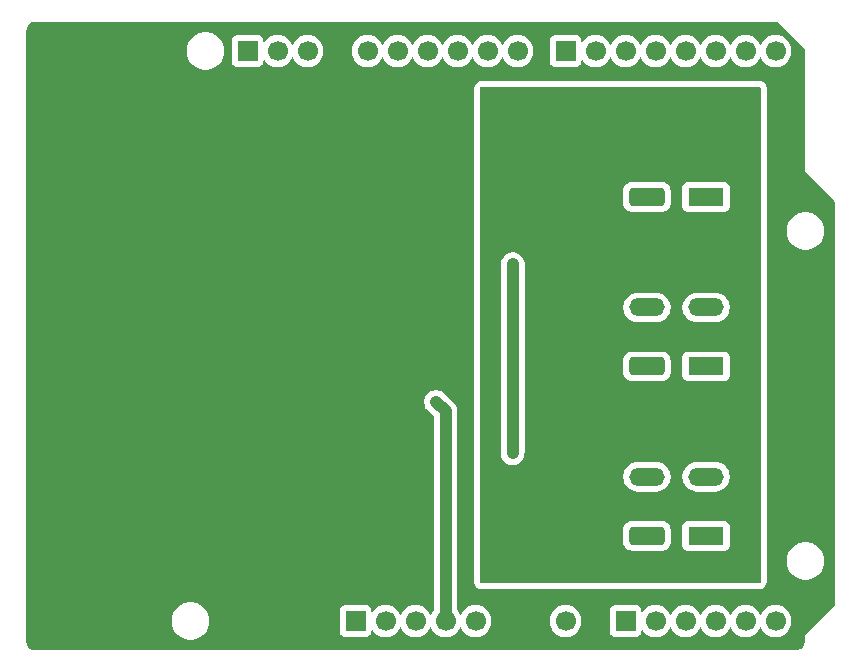
<source format=gbr>
%TF.GenerationSoftware,KiCad,Pcbnew,9.0.6+1*%
%TF.CreationDate,2025-12-14T17:41:01+00:00*%
%TF.ProjectId,dreh_shield,64726568-5f73-4686-9965-6c642e6b6963,0.1*%
%TF.SameCoordinates,Original*%
%TF.FileFunction,Copper,L2,Bot*%
%TF.FilePolarity,Positive*%
%FSLAX46Y46*%
G04 Gerber Fmt 4.6, Leading zero omitted, Abs format (unit mm)*
G04 Created by KiCad (PCBNEW 9.0.6+1) date 2025-12-14 17:41:01*
%MOMM*%
%LPD*%
G01*
G04 APERTURE LIST*
G04 Aperture macros list*
%AMRoundRect*
0 Rectangle with rounded corners*
0 $1 Rounding radius*
0 $2 $3 $4 $5 $6 $7 $8 $9 X,Y pos of 4 corners*
0 Add a 4 corners polygon primitive as box body*
4,1,4,$2,$3,$4,$5,$6,$7,$8,$9,$2,$3,0*
0 Add four circle primitives for the rounded corners*
1,1,$1+$1,$2,$3*
1,1,$1+$1,$4,$5*
1,1,$1+$1,$6,$7*
1,1,$1+$1,$8,$9*
0 Add four rect primitives between the rounded corners*
20,1,$1+$1,$2,$3,$4,$5,0*
20,1,$1+$1,$4,$5,$6,$7,0*
20,1,$1+$1,$6,$7,$8,$9,0*
20,1,$1+$1,$8,$9,$2,$3,0*%
G04 Aperture macros list end*
%TA.AperFunction,ComponentPad*%
%ADD10R,1.700000X1.700000*%
%TD*%
%TA.AperFunction,ComponentPad*%
%ADD11C,1.700000*%
%TD*%
%TA.AperFunction,ComponentPad*%
%ADD12RoundRect,0.250001X1.249999X-0.499999X1.249999X0.499999X-1.249999X0.499999X-1.249999X-0.499999X0*%
%TD*%
%TA.AperFunction,ComponentPad*%
%ADD13R,3.000000X1.500000*%
%TD*%
%TA.AperFunction,ComponentPad*%
%ADD14O,3.000000X1.500000*%
%TD*%
%TA.AperFunction,ViaPad*%
%ADD15C,0.600000*%
%TD*%
%TA.AperFunction,Conductor*%
%ADD16C,1.000000*%
%TD*%
G04 APERTURE END LIST*
D10*
%TO.P,J1,1,Pin_1*%
%TO.N,unconnected-(J1-Pin_1-Pad1)*%
X127940000Y-97460000D03*
D11*
%TO.P,J1,2,Pin_2*%
%TO.N,/IOREF*%
X130480000Y-97460000D03*
%TO.P,J1,3,Pin_3*%
%TO.N,/~{RESET}*%
X133020000Y-97460000D03*
%TO.P,J1,4,Pin_4*%
%TO.N,+3V3*%
X135560000Y-97460000D03*
%TO.P,J1,5,Pin_5*%
%TO.N,+5V*%
X138100000Y-97460000D03*
%TO.P,J1,6,Pin_6*%
%TO.N,GND*%
X140640000Y-97460000D03*
%TO.P,J1,7,Pin_7*%
X143180000Y-97460000D03*
%TO.P,J1,8,Pin_8*%
%TO.N,VCC*%
X145720000Y-97460000D03*
%TD*%
D10*
%TO.P,J3,1,Pin_1*%
%TO.N,/A0*%
X150800000Y-97460000D03*
D11*
%TO.P,J3,2,Pin_2*%
%TO.N,/A1*%
X153340000Y-97460000D03*
%TO.P,J3,3,Pin_3*%
%TO.N,/A2*%
X155880000Y-97460000D03*
%TO.P,J3,4,Pin_4*%
%TO.N,/A3*%
X158420000Y-97460000D03*
%TO.P,J3,5,Pin_5*%
%TO.N,unconnected-(J3-Pin_5-Pad5)*%
X160960000Y-97460000D03*
%TO.P,J3,6,Pin_6*%
%TO.N,unconnected-(J3-Pin_6-Pad6)*%
X163500000Y-97460000D03*
%TD*%
D10*
%TO.P,J2,1,Pin_1*%
%TO.N,/SCL{slash}A5*%
X118796000Y-49200000D03*
D11*
%TO.P,J2,2,Pin_2*%
%TO.N,/SDA{slash}A4*%
X121336000Y-49200000D03*
%TO.P,J2,3,Pin_3*%
%TO.N,/AREF*%
X123876000Y-49200000D03*
%TO.P,J2,4,Pin_4*%
%TO.N,GND*%
X126416000Y-49200000D03*
%TO.P,J2,5,Pin_5*%
%TO.N,/13*%
X128956000Y-49200000D03*
%TO.P,J2,6,Pin_6*%
%TO.N,/12*%
X131496000Y-49200000D03*
%TO.P,J2,7,Pin_7*%
%TO.N,/\u002A11*%
X134036000Y-49200000D03*
%TO.P,J2,8,Pin_8*%
%TO.N,/\u002A10*%
X136576000Y-49200000D03*
%TO.P,J2,9,Pin_9*%
%TO.N,/\u002A9*%
X139116000Y-49200000D03*
%TO.P,J2,10,Pin_10*%
%TO.N,/8*%
X141656000Y-49200000D03*
%TD*%
D10*
%TO.P,J4,1,Pin_1*%
%TO.N,/7*%
X145720000Y-49200000D03*
D11*
%TO.P,J4,2,Pin_2*%
%TO.N,/\u002A6*%
X148260000Y-49200000D03*
%TO.P,J4,3,Pin_3*%
%TO.N,/\u002A5*%
X150800000Y-49200000D03*
%TO.P,J4,4,Pin_4*%
%TO.N,/4*%
X153340000Y-49200000D03*
%TO.P,J4,5,Pin_5*%
%TO.N,/\u002A3*%
X155880000Y-49200000D03*
%TO.P,J4,6,Pin_6*%
%TO.N,/2*%
X158420000Y-49200000D03*
%TO.P,J4,7,Pin_7*%
%TO.N,/TX{slash}1*%
X160960000Y-49200000D03*
%TO.P,J4,8,Pin_8*%
%TO.N,/RX{slash}0*%
X163500000Y-49200000D03*
%TD*%
D12*
%TO.P,J103,1,Pin_1*%
%TO.N,Net-(J103-Pin_1)*%
X152617500Y-61550000D03*
D13*
X157617500Y-61550000D03*
D14*
%TO.P,J103,2,Pin_2*%
%TO.N,GNDS*%
X152617500Y-56550000D03*
X157617500Y-56550000D03*
%TD*%
D12*
%TO.P,J102,1,Pin_1*%
%TO.N,Net-(J102-Pin_1)*%
X152617500Y-75900000D03*
D13*
X157617500Y-75900000D03*
D14*
%TO.P,J102,2,Pin_2*%
%TO.N,Net-(J102-Pin_2)*%
X152617500Y-70900000D03*
X157617500Y-70900000D03*
%TD*%
D12*
%TO.P,J101,1,Pin_1*%
%TO.N,Net-(J101-Pin_1)*%
X152617500Y-90250000D03*
D13*
X157617500Y-90250000D03*
D14*
%TO.P,J101,2,Pin_2*%
%TO.N,Net-(J101-Pin_2)*%
X152617500Y-85250000D03*
X157617500Y-85250000D03*
%TD*%
D15*
%TO.N,GND*%
X121500000Y-59500000D03*
X118750000Y-58250000D03*
X118750000Y-56750000D03*
X134250000Y-82000000D03*
X119250000Y-63000000D03*
X119500000Y-51750000D03*
X136250000Y-77250000D03*
X135250000Y-77250000D03*
%TO.N,+3V3*%
X135560000Y-83500000D03*
X134750000Y-78912500D03*
%TO.N,GNDS*%
X142500000Y-83500000D03*
%TO.N,VS*%
X141250000Y-83250000D03*
X141250000Y-67250000D03*
%TD*%
D16*
%TO.N,+3V3*%
X135560000Y-85000000D02*
X135560000Y-79722500D01*
X135560000Y-97460000D02*
X135560000Y-85000000D01*
X135560000Y-79722500D02*
X134750000Y-78912500D01*
X135560000Y-85000000D02*
X135560000Y-83500000D01*
%TO.N,VS*%
X141250000Y-67250000D02*
X141250000Y-83250000D01*
%TD*%
%TA.AperFunction,Conductor*%
%TO.N,GND*%
G36*
X163732289Y-46749852D02*
G01*
X163732661Y-46750228D01*
X164309355Y-47339513D01*
X165950520Y-49016511D01*
X165964500Y-49050782D01*
X165964500Y-59344982D01*
X165964500Y-59375018D01*
X165975994Y-59402767D01*
X165975995Y-59402768D01*
X165975995Y-59402769D01*
X168490148Y-61916921D01*
X168504500Y-61951569D01*
X168504500Y-96138430D01*
X168490147Y-96173078D01*
X165997233Y-98665994D01*
X165986613Y-98676613D01*
X165975994Y-98687232D01*
X165964500Y-98714980D01*
X165964500Y-99235593D01*
X165964264Y-99240396D01*
X165951782Y-99367127D01*
X165949908Y-99376548D01*
X165913643Y-99496095D01*
X165909967Y-99504969D01*
X165851080Y-99615140D01*
X165845743Y-99623128D01*
X165766489Y-99719698D01*
X165759698Y-99726489D01*
X165663128Y-99805743D01*
X165655140Y-99811080D01*
X165544969Y-99869967D01*
X165536095Y-99873643D01*
X165416548Y-99909908D01*
X165407127Y-99911782D01*
X165280396Y-99924264D01*
X165275593Y-99924500D01*
X100764407Y-99924500D01*
X100759604Y-99924264D01*
X100632872Y-99911782D01*
X100623452Y-99909908D01*
X100552972Y-99888528D01*
X100503904Y-99873643D01*
X100495030Y-99869967D01*
X100384859Y-99811080D01*
X100376871Y-99805743D01*
X100280301Y-99726489D01*
X100273510Y-99719698D01*
X100194256Y-99623128D01*
X100188921Y-99615144D01*
X100130030Y-99504965D01*
X100126356Y-99496095D01*
X100090089Y-99376539D01*
X100088218Y-99367134D01*
X100075736Y-99240395D01*
X100075500Y-99235593D01*
X100075500Y-97334038D01*
X112369500Y-97334038D01*
X112369500Y-97585961D01*
X112408909Y-97834782D01*
X112408910Y-97834785D01*
X112486759Y-98074380D01*
X112587048Y-98271208D01*
X112601130Y-98298845D01*
X112740087Y-98490104D01*
X112749208Y-98502657D01*
X112749212Y-98502662D01*
X112927338Y-98680788D01*
X112927342Y-98680791D01*
X112927344Y-98680793D01*
X113131155Y-98828870D01*
X113355621Y-98943241D01*
X113595215Y-99021090D01*
X113844038Y-99060500D01*
X113844039Y-99060500D01*
X114095961Y-99060500D01*
X114095962Y-99060500D01*
X114344785Y-99021090D01*
X114584379Y-98943241D01*
X114808845Y-98828870D01*
X115012656Y-98680793D01*
X115012659Y-98680789D01*
X115012662Y-98680788D01*
X115190788Y-98502662D01*
X115190789Y-98502659D01*
X115190793Y-98502656D01*
X115338870Y-98298845D01*
X115453241Y-98074379D01*
X115531090Y-97834785D01*
X115570500Y-97585962D01*
X115570500Y-97334038D01*
X115531090Y-97085215D01*
X115453241Y-96845621D01*
X115338870Y-96621155D01*
X115295979Y-96562120D01*
X126589500Y-96562120D01*
X126589500Y-98357879D01*
X126595907Y-98417478D01*
X126595909Y-98417483D01*
X126646204Y-98552331D01*
X126732454Y-98667546D01*
X126847669Y-98753796D01*
X126982517Y-98804091D01*
X126982520Y-98804092D01*
X127026177Y-98808785D01*
X127042127Y-98810500D01*
X128837872Y-98810499D01*
X128837878Y-98810499D01*
X128897478Y-98804092D01*
X128897479Y-98804091D01*
X128897483Y-98804091D01*
X129032331Y-98753796D01*
X129147546Y-98667546D01*
X129233796Y-98552331D01*
X129284091Y-98417483D01*
X129284091Y-98417481D01*
X129284092Y-98417479D01*
X129290499Y-98357879D01*
X129290500Y-98357873D01*
X129290499Y-98271206D01*
X129304850Y-98236559D01*
X129339498Y-98222207D01*
X129374147Y-98236558D01*
X129379141Y-98242406D01*
X129449897Y-98339793D01*
X129449901Y-98339798D01*
X129600202Y-98490099D01*
X129600206Y-98490102D01*
X129600208Y-98490104D01*
X129772184Y-98615051D01*
X129961588Y-98711557D01*
X130163757Y-98777246D01*
X130373713Y-98810500D01*
X130373714Y-98810500D01*
X130586286Y-98810500D01*
X130586287Y-98810500D01*
X130796243Y-98777246D01*
X130998412Y-98711557D01*
X131187816Y-98615051D01*
X131359792Y-98490104D01*
X131359795Y-98490100D01*
X131359798Y-98490099D01*
X131510099Y-98339798D01*
X131510100Y-98339795D01*
X131510104Y-98339792D01*
X131635051Y-98167816D01*
X131706341Y-98027900D01*
X131734858Y-98003544D01*
X131772245Y-98006487D01*
X131793659Y-98027901D01*
X131864947Y-98167813D01*
X131864952Y-98167821D01*
X131914893Y-98236559D01*
X131960146Y-98298845D01*
X131989897Y-98339793D01*
X131989901Y-98339798D01*
X132140202Y-98490099D01*
X132140206Y-98490102D01*
X132140208Y-98490104D01*
X132312184Y-98615051D01*
X132501588Y-98711557D01*
X132703757Y-98777246D01*
X132913713Y-98810500D01*
X132913714Y-98810500D01*
X133126286Y-98810500D01*
X133126287Y-98810500D01*
X133336243Y-98777246D01*
X133538412Y-98711557D01*
X133727816Y-98615051D01*
X133899792Y-98490104D01*
X133899795Y-98490100D01*
X133899798Y-98490099D01*
X134050099Y-98339798D01*
X134050100Y-98339795D01*
X134050104Y-98339792D01*
X134175051Y-98167816D01*
X134246341Y-98027900D01*
X134274858Y-98003544D01*
X134312245Y-98006487D01*
X134333659Y-98027901D01*
X134404947Y-98167813D01*
X134404952Y-98167821D01*
X134454893Y-98236559D01*
X134500146Y-98298845D01*
X134529897Y-98339793D01*
X134529901Y-98339798D01*
X134680202Y-98490099D01*
X134680206Y-98490102D01*
X134680208Y-98490104D01*
X134852184Y-98615051D01*
X135041588Y-98711557D01*
X135243757Y-98777246D01*
X135453713Y-98810500D01*
X135453714Y-98810500D01*
X135666286Y-98810500D01*
X135666287Y-98810500D01*
X135876243Y-98777246D01*
X136078412Y-98711557D01*
X136267816Y-98615051D01*
X136439792Y-98490104D01*
X136439795Y-98490100D01*
X136439798Y-98490099D01*
X136590099Y-98339798D01*
X136590100Y-98339795D01*
X136590104Y-98339792D01*
X136715051Y-98167816D01*
X136786341Y-98027900D01*
X136814858Y-98003544D01*
X136852245Y-98006487D01*
X136873659Y-98027901D01*
X136944947Y-98167813D01*
X136944952Y-98167821D01*
X136994893Y-98236559D01*
X137040146Y-98298845D01*
X137069897Y-98339793D01*
X137069901Y-98339798D01*
X137220202Y-98490099D01*
X137220206Y-98490102D01*
X137220208Y-98490104D01*
X137392184Y-98615051D01*
X137581588Y-98711557D01*
X137783757Y-98777246D01*
X137993713Y-98810500D01*
X137993714Y-98810500D01*
X138206286Y-98810500D01*
X138206287Y-98810500D01*
X138416243Y-98777246D01*
X138618412Y-98711557D01*
X138807816Y-98615051D01*
X138979792Y-98490104D01*
X138979795Y-98490100D01*
X138979798Y-98490099D01*
X139130099Y-98339798D01*
X139130100Y-98339795D01*
X139130104Y-98339792D01*
X139255051Y-98167816D01*
X139351557Y-97978412D01*
X139417246Y-97776243D01*
X139450500Y-97566287D01*
X139450500Y-97353713D01*
X144369500Y-97353713D01*
X144369500Y-97566286D01*
X144402753Y-97776240D01*
X144402754Y-97776243D01*
X144468443Y-97978413D01*
X144564947Y-98167813D01*
X144564952Y-98167821D01*
X144614893Y-98236559D01*
X144660146Y-98298845D01*
X144689897Y-98339793D01*
X144689901Y-98339798D01*
X144840202Y-98490099D01*
X144840206Y-98490102D01*
X144840208Y-98490104D01*
X145012184Y-98615051D01*
X145201588Y-98711557D01*
X145403757Y-98777246D01*
X145613713Y-98810500D01*
X145613714Y-98810500D01*
X145826286Y-98810500D01*
X145826287Y-98810500D01*
X146036243Y-98777246D01*
X146238412Y-98711557D01*
X146427816Y-98615051D01*
X146599792Y-98490104D01*
X146599795Y-98490100D01*
X146599798Y-98490099D01*
X146750099Y-98339798D01*
X146750100Y-98339795D01*
X146750104Y-98339792D01*
X146875051Y-98167816D01*
X146971557Y-97978412D01*
X147037246Y-97776243D01*
X147070500Y-97566287D01*
X147070500Y-97353713D01*
X147037246Y-97143757D01*
X146971557Y-96941588D01*
X146875051Y-96752184D01*
X146750104Y-96580208D01*
X146750102Y-96580206D01*
X146750099Y-96580202D01*
X146732017Y-96562120D01*
X149449500Y-96562120D01*
X149449500Y-98357879D01*
X149455907Y-98417478D01*
X149455909Y-98417483D01*
X149506204Y-98552331D01*
X149592454Y-98667546D01*
X149707669Y-98753796D01*
X149842517Y-98804091D01*
X149842520Y-98804092D01*
X149886177Y-98808785D01*
X149902127Y-98810500D01*
X151697872Y-98810499D01*
X151697878Y-98810499D01*
X151757478Y-98804092D01*
X151757479Y-98804091D01*
X151757483Y-98804091D01*
X151892331Y-98753796D01*
X152007546Y-98667546D01*
X152093796Y-98552331D01*
X152144091Y-98417483D01*
X152144091Y-98417481D01*
X152144092Y-98417479D01*
X152150499Y-98357879D01*
X152150500Y-98357873D01*
X152150499Y-98271206D01*
X152164850Y-98236559D01*
X152199498Y-98222207D01*
X152234147Y-98236558D01*
X152239141Y-98242406D01*
X152309897Y-98339793D01*
X152309901Y-98339798D01*
X152460202Y-98490099D01*
X152460206Y-98490102D01*
X152460208Y-98490104D01*
X152632184Y-98615051D01*
X152821588Y-98711557D01*
X153023757Y-98777246D01*
X153233713Y-98810500D01*
X153233714Y-98810500D01*
X153446286Y-98810500D01*
X153446287Y-98810500D01*
X153656243Y-98777246D01*
X153858412Y-98711557D01*
X154047816Y-98615051D01*
X154219792Y-98490104D01*
X154219795Y-98490100D01*
X154219798Y-98490099D01*
X154370099Y-98339798D01*
X154370100Y-98339795D01*
X154370104Y-98339792D01*
X154495051Y-98167816D01*
X154566341Y-98027900D01*
X154594858Y-98003544D01*
X154632245Y-98006487D01*
X154653659Y-98027901D01*
X154724947Y-98167813D01*
X154724952Y-98167821D01*
X154774893Y-98236559D01*
X154820146Y-98298845D01*
X154849897Y-98339793D01*
X154849901Y-98339798D01*
X155000202Y-98490099D01*
X155000206Y-98490102D01*
X155000208Y-98490104D01*
X155172184Y-98615051D01*
X155361588Y-98711557D01*
X155563757Y-98777246D01*
X155773713Y-98810500D01*
X155773714Y-98810500D01*
X155986286Y-98810500D01*
X155986287Y-98810500D01*
X156196243Y-98777246D01*
X156398412Y-98711557D01*
X156587816Y-98615051D01*
X156759792Y-98490104D01*
X156759795Y-98490100D01*
X156759798Y-98490099D01*
X156910099Y-98339798D01*
X156910100Y-98339795D01*
X156910104Y-98339792D01*
X157035051Y-98167816D01*
X157106341Y-98027900D01*
X157134858Y-98003544D01*
X157172245Y-98006487D01*
X157193659Y-98027901D01*
X157264947Y-98167813D01*
X157264952Y-98167821D01*
X157314893Y-98236559D01*
X157360146Y-98298845D01*
X157389897Y-98339793D01*
X157389901Y-98339798D01*
X157540202Y-98490099D01*
X157540206Y-98490102D01*
X157540208Y-98490104D01*
X157712184Y-98615051D01*
X157901588Y-98711557D01*
X158103757Y-98777246D01*
X158313713Y-98810500D01*
X158313714Y-98810500D01*
X158526286Y-98810500D01*
X158526287Y-98810500D01*
X158736243Y-98777246D01*
X158938412Y-98711557D01*
X159127816Y-98615051D01*
X159299792Y-98490104D01*
X159299795Y-98490100D01*
X159299798Y-98490099D01*
X159450099Y-98339798D01*
X159450100Y-98339795D01*
X159450104Y-98339792D01*
X159575051Y-98167816D01*
X159646341Y-98027900D01*
X159674858Y-98003544D01*
X159712245Y-98006487D01*
X159733659Y-98027901D01*
X159804947Y-98167813D01*
X159804952Y-98167821D01*
X159854893Y-98236559D01*
X159900146Y-98298845D01*
X159929897Y-98339793D01*
X159929901Y-98339798D01*
X160080202Y-98490099D01*
X160080206Y-98490102D01*
X160080208Y-98490104D01*
X160252184Y-98615051D01*
X160441588Y-98711557D01*
X160643757Y-98777246D01*
X160853713Y-98810500D01*
X160853714Y-98810500D01*
X161066286Y-98810500D01*
X161066287Y-98810500D01*
X161276243Y-98777246D01*
X161478412Y-98711557D01*
X161667816Y-98615051D01*
X161839792Y-98490104D01*
X161839795Y-98490100D01*
X161839798Y-98490099D01*
X161990099Y-98339798D01*
X161990100Y-98339795D01*
X161990104Y-98339792D01*
X162115051Y-98167816D01*
X162186341Y-98027900D01*
X162214858Y-98003544D01*
X162252245Y-98006487D01*
X162273659Y-98027901D01*
X162344947Y-98167813D01*
X162344952Y-98167821D01*
X162394893Y-98236559D01*
X162440146Y-98298845D01*
X162469897Y-98339793D01*
X162469901Y-98339798D01*
X162620202Y-98490099D01*
X162620206Y-98490102D01*
X162620208Y-98490104D01*
X162792184Y-98615051D01*
X162981588Y-98711557D01*
X163183757Y-98777246D01*
X163393713Y-98810500D01*
X163393714Y-98810500D01*
X163606286Y-98810500D01*
X163606287Y-98810500D01*
X163816243Y-98777246D01*
X164018412Y-98711557D01*
X164207816Y-98615051D01*
X164379792Y-98490104D01*
X164379795Y-98490100D01*
X164379798Y-98490099D01*
X164530099Y-98339798D01*
X164530100Y-98339795D01*
X164530104Y-98339792D01*
X164655051Y-98167816D01*
X164751557Y-97978412D01*
X164817246Y-97776243D01*
X164850500Y-97566287D01*
X164850500Y-97353713D01*
X164817246Y-97143757D01*
X164751557Y-96941588D01*
X164655051Y-96752184D01*
X164530104Y-96580208D01*
X164530102Y-96580206D01*
X164530099Y-96580202D01*
X164379798Y-96429901D01*
X164379793Y-96429897D01*
X164362515Y-96417344D01*
X164327894Y-96392190D01*
X164207821Y-96304952D01*
X164207813Y-96304947D01*
X164018413Y-96208443D01*
X163816243Y-96142754D01*
X163816240Y-96142753D01*
X163654957Y-96117208D01*
X163606287Y-96109500D01*
X163393713Y-96109500D01*
X163354202Y-96115757D01*
X163183759Y-96142753D01*
X163183756Y-96142754D01*
X162981586Y-96208443D01*
X162792186Y-96304947D01*
X162792178Y-96304952D01*
X162620206Y-96429897D01*
X162469897Y-96580206D01*
X162344952Y-96752178D01*
X162344950Y-96752181D01*
X162273659Y-96892099D01*
X162245142Y-96916455D01*
X162207754Y-96913512D01*
X162186341Y-96892099D01*
X162115049Y-96752181D01*
X162115047Y-96752178D01*
X162045502Y-96656458D01*
X161990104Y-96580208D01*
X161990102Y-96580206D01*
X161990099Y-96580202D01*
X161839798Y-96429901D01*
X161839793Y-96429897D01*
X161822515Y-96417344D01*
X161787894Y-96392190D01*
X161667821Y-96304952D01*
X161667813Y-96304947D01*
X161478413Y-96208443D01*
X161276243Y-96142754D01*
X161276240Y-96142753D01*
X161114957Y-96117208D01*
X161066287Y-96109500D01*
X160853713Y-96109500D01*
X160814202Y-96115757D01*
X160643759Y-96142753D01*
X160643756Y-96142754D01*
X160441586Y-96208443D01*
X160252186Y-96304947D01*
X160252178Y-96304952D01*
X160080206Y-96429897D01*
X159929897Y-96580206D01*
X159804952Y-96752178D01*
X159804950Y-96752181D01*
X159733659Y-96892099D01*
X159705142Y-96916455D01*
X159667754Y-96913512D01*
X159646341Y-96892099D01*
X159575049Y-96752181D01*
X159575047Y-96752178D01*
X159505502Y-96656458D01*
X159450104Y-96580208D01*
X159450102Y-96580206D01*
X159450099Y-96580202D01*
X159299798Y-96429901D01*
X159299793Y-96429897D01*
X159282515Y-96417344D01*
X159247894Y-96392190D01*
X159127821Y-96304952D01*
X159127813Y-96304947D01*
X158938413Y-96208443D01*
X158736243Y-96142754D01*
X158736240Y-96142753D01*
X158574957Y-96117208D01*
X158526287Y-96109500D01*
X158313713Y-96109500D01*
X158274202Y-96115757D01*
X158103759Y-96142753D01*
X158103756Y-96142754D01*
X157901586Y-96208443D01*
X157712186Y-96304947D01*
X157712178Y-96304952D01*
X157540206Y-96429897D01*
X157389897Y-96580206D01*
X157264952Y-96752178D01*
X157264950Y-96752181D01*
X157193659Y-96892099D01*
X157165142Y-96916455D01*
X157127754Y-96913512D01*
X157106341Y-96892099D01*
X157035049Y-96752181D01*
X157035047Y-96752178D01*
X156965502Y-96656458D01*
X156910104Y-96580208D01*
X156910102Y-96580206D01*
X156910099Y-96580202D01*
X156759798Y-96429901D01*
X156759793Y-96429897D01*
X156742515Y-96417344D01*
X156707894Y-96392190D01*
X156587821Y-96304952D01*
X156587813Y-96304947D01*
X156398413Y-96208443D01*
X156196243Y-96142754D01*
X156196240Y-96142753D01*
X156034957Y-96117208D01*
X155986287Y-96109500D01*
X155773713Y-96109500D01*
X155734202Y-96115757D01*
X155563759Y-96142753D01*
X155563756Y-96142754D01*
X155361586Y-96208443D01*
X155172186Y-96304947D01*
X155172178Y-96304952D01*
X155000206Y-96429897D01*
X154849897Y-96580206D01*
X154724952Y-96752178D01*
X154724950Y-96752181D01*
X154653659Y-96892099D01*
X154625142Y-96916455D01*
X154587754Y-96913512D01*
X154566341Y-96892099D01*
X154495049Y-96752181D01*
X154495047Y-96752178D01*
X154425502Y-96656458D01*
X154370104Y-96580208D01*
X154370102Y-96580206D01*
X154370099Y-96580202D01*
X154219798Y-96429901D01*
X154219793Y-96429897D01*
X154202515Y-96417344D01*
X154167894Y-96392190D01*
X154047821Y-96304952D01*
X154047813Y-96304947D01*
X153858413Y-96208443D01*
X153656243Y-96142754D01*
X153656240Y-96142753D01*
X153494957Y-96117208D01*
X153446287Y-96109500D01*
X153233713Y-96109500D01*
X153194202Y-96115757D01*
X153023759Y-96142753D01*
X153023756Y-96142754D01*
X152821586Y-96208443D01*
X152632186Y-96304947D01*
X152632178Y-96304952D01*
X152460206Y-96429897D01*
X152309897Y-96580206D01*
X152239141Y-96677594D01*
X152207164Y-96697190D01*
X152170698Y-96688435D01*
X152151102Y-96656458D01*
X152150499Y-96648793D01*
X152150499Y-96562120D01*
X152144092Y-96502521D01*
X152144091Y-96502517D01*
X152093796Y-96367669D01*
X152007546Y-96252454D01*
X151904057Y-96174982D01*
X151892333Y-96166205D01*
X151892331Y-96166204D01*
X151847381Y-96149439D01*
X151757479Y-96115907D01*
X151697879Y-96109500D01*
X149902120Y-96109500D01*
X149842521Y-96115907D01*
X149707666Y-96166205D01*
X149592454Y-96252454D01*
X149506205Y-96367666D01*
X149455907Y-96502520D01*
X149449500Y-96562120D01*
X146732017Y-96562120D01*
X146599798Y-96429901D01*
X146599793Y-96429897D01*
X146582515Y-96417344D01*
X146547894Y-96392190D01*
X146427821Y-96304952D01*
X146427813Y-96304947D01*
X146238413Y-96208443D01*
X146036243Y-96142754D01*
X146036240Y-96142753D01*
X145874957Y-96117208D01*
X145826287Y-96109500D01*
X145613713Y-96109500D01*
X145574202Y-96115757D01*
X145403759Y-96142753D01*
X145403756Y-96142754D01*
X145201586Y-96208443D01*
X145012186Y-96304947D01*
X145012178Y-96304952D01*
X144840206Y-96429897D01*
X144689897Y-96580206D01*
X144564952Y-96752178D01*
X144564947Y-96752186D01*
X144468443Y-96941586D01*
X144402754Y-97143756D01*
X144402753Y-97143759D01*
X144369500Y-97353713D01*
X139450500Y-97353713D01*
X139417246Y-97143757D01*
X139351557Y-96941588D01*
X139255051Y-96752184D01*
X139130104Y-96580208D01*
X139130102Y-96580206D01*
X139130099Y-96580202D01*
X138979798Y-96429901D01*
X138979793Y-96429897D01*
X138962515Y-96417344D01*
X138927894Y-96392190D01*
X138807821Y-96304952D01*
X138807813Y-96304947D01*
X138618413Y-96208443D01*
X138416243Y-96142754D01*
X138416240Y-96142753D01*
X138254957Y-96117208D01*
X138206287Y-96109500D01*
X137993713Y-96109500D01*
X137954202Y-96115757D01*
X137783759Y-96142753D01*
X137783756Y-96142754D01*
X137581586Y-96208443D01*
X137392186Y-96304947D01*
X137392178Y-96304952D01*
X137220206Y-96429897D01*
X137069897Y-96580206D01*
X136944952Y-96752178D01*
X136944950Y-96752181D01*
X136873659Y-96892099D01*
X136845142Y-96916455D01*
X136807754Y-96913512D01*
X136786341Y-96892099D01*
X136715049Y-96752181D01*
X136715047Y-96752178D01*
X136645502Y-96656458D01*
X136590104Y-96580208D01*
X136590102Y-96580206D01*
X136590099Y-96580202D01*
X136574852Y-96564955D01*
X136560500Y-96530307D01*
X136560500Y-79623959D01*
X136560499Y-79623955D01*
X136522052Y-79430672D01*
X136522051Y-79430665D01*
X136446632Y-79248586D01*
X136337139Y-79084718D01*
X136196568Y-78944146D01*
X136196537Y-78944117D01*
X135387780Y-78135360D01*
X135333649Y-78099191D01*
X135223914Y-78025869D01*
X135223911Y-78025867D01*
X135223910Y-78025867D01*
X135041839Y-77950450D01*
X135041837Y-77950449D01*
X135041836Y-77950449D01*
X135041833Y-77950448D01*
X135041824Y-77950446D01*
X134848545Y-77912000D01*
X134848540Y-77912000D01*
X134651460Y-77912000D01*
X134651454Y-77912000D01*
X134458175Y-77950446D01*
X134458160Y-77950450D01*
X134276089Y-78025867D01*
X134112219Y-78135360D01*
X133972860Y-78274719D01*
X133863367Y-78438589D01*
X133787950Y-78620660D01*
X133787946Y-78620675D01*
X133749500Y-78813954D01*
X133749500Y-79011045D01*
X133787946Y-79204324D01*
X133787948Y-79204333D01*
X133787949Y-79204336D01*
X133863369Y-79386414D01*
X133936691Y-79496149D01*
X133972860Y-79550280D01*
X134545148Y-80122568D01*
X134559500Y-80157216D01*
X134559500Y-96530307D01*
X134545148Y-96564955D01*
X134529897Y-96580206D01*
X134404952Y-96752178D01*
X134404950Y-96752181D01*
X134333659Y-96892099D01*
X134305142Y-96916455D01*
X134267754Y-96913512D01*
X134246341Y-96892099D01*
X134175049Y-96752181D01*
X134175047Y-96752178D01*
X134105502Y-96656458D01*
X134050104Y-96580208D01*
X134050102Y-96580206D01*
X134050099Y-96580202D01*
X133899798Y-96429901D01*
X133899793Y-96429897D01*
X133882515Y-96417344D01*
X133847894Y-96392190D01*
X133727821Y-96304952D01*
X133727813Y-96304947D01*
X133538413Y-96208443D01*
X133336243Y-96142754D01*
X133336240Y-96142753D01*
X133174957Y-96117208D01*
X133126287Y-96109500D01*
X132913713Y-96109500D01*
X132874202Y-96115757D01*
X132703759Y-96142753D01*
X132703756Y-96142754D01*
X132501586Y-96208443D01*
X132312186Y-96304947D01*
X132312178Y-96304952D01*
X132140206Y-96429897D01*
X131989897Y-96580206D01*
X131864952Y-96752178D01*
X131864950Y-96752181D01*
X131793659Y-96892099D01*
X131765142Y-96916455D01*
X131727754Y-96913512D01*
X131706341Y-96892099D01*
X131635049Y-96752181D01*
X131635047Y-96752178D01*
X131565502Y-96656458D01*
X131510104Y-96580208D01*
X131510102Y-96580206D01*
X131510099Y-96580202D01*
X131359798Y-96429901D01*
X131359793Y-96429897D01*
X131342515Y-96417344D01*
X131307894Y-96392190D01*
X131187821Y-96304952D01*
X131187813Y-96304947D01*
X130998413Y-96208443D01*
X130796243Y-96142754D01*
X130796240Y-96142753D01*
X130634957Y-96117208D01*
X130586287Y-96109500D01*
X130373713Y-96109500D01*
X130334202Y-96115757D01*
X130163759Y-96142753D01*
X130163756Y-96142754D01*
X129961586Y-96208443D01*
X129772186Y-96304947D01*
X129772178Y-96304952D01*
X129600206Y-96429897D01*
X129449897Y-96580206D01*
X129379141Y-96677594D01*
X129347164Y-96697190D01*
X129310698Y-96688435D01*
X129291102Y-96656458D01*
X129290499Y-96648793D01*
X129290499Y-96562120D01*
X129284092Y-96502521D01*
X129284091Y-96502517D01*
X129233796Y-96367669D01*
X129147546Y-96252454D01*
X129044057Y-96174982D01*
X129032333Y-96166205D01*
X129032331Y-96166204D01*
X128987381Y-96149439D01*
X128897479Y-96115907D01*
X128837879Y-96109500D01*
X127042120Y-96109500D01*
X126982521Y-96115907D01*
X126847666Y-96166205D01*
X126732454Y-96252454D01*
X126646205Y-96367666D01*
X126595907Y-96502520D01*
X126589500Y-96562120D01*
X115295979Y-96562120D01*
X115190793Y-96417344D01*
X115190791Y-96417342D01*
X115190788Y-96417338D01*
X115012662Y-96239212D01*
X115012657Y-96239208D01*
X114924257Y-96174982D01*
X114808845Y-96091130D01*
X114808844Y-96091129D01*
X114808842Y-96091128D01*
X114584380Y-95976759D01*
X114344785Y-95898910D01*
X114344782Y-95898909D01*
X114153642Y-95868635D01*
X114095962Y-95859500D01*
X113844038Y-95859500D01*
X113797212Y-95866916D01*
X113595217Y-95898909D01*
X113595214Y-95898910D01*
X113355619Y-95976759D01*
X113131157Y-96091128D01*
X112927342Y-96239208D01*
X112749208Y-96417342D01*
X112601128Y-96621157D01*
X112486759Y-96845619D01*
X112408910Y-97085214D01*
X112408909Y-97085217D01*
X112369500Y-97334038D01*
X100075500Y-97334038D01*
X100075500Y-52348995D01*
X137994500Y-52348995D01*
X137994500Y-94151002D01*
X138000720Y-94230055D01*
X138000720Y-94230060D01*
X138000722Y-94230070D01*
X138005567Y-94260663D01*
X138017438Y-94307175D01*
X138028744Y-94351469D01*
X138095881Y-94478710D01*
X138095882Y-94478711D01*
X138095884Y-94478714D01*
X138095887Y-94478719D01*
X138131851Y-94528219D01*
X138149482Y-94551083D01*
X138255486Y-94648371D01*
X138384604Y-94711853D01*
X138442795Y-94730760D01*
X138442821Y-94730768D01*
X138442824Y-94730769D01*
X138456576Y-94735022D01*
X138456579Y-94735022D01*
X138456584Y-94735024D01*
X138599000Y-94755500D01*
X138599004Y-94755500D01*
X162150989Y-94755500D01*
X162151000Y-94755500D01*
X162230057Y-94749279D01*
X162230060Y-94749279D01*
X162230062Y-94749278D01*
X162230070Y-94749278D01*
X162260663Y-94744433D01*
X162351467Y-94721257D01*
X162478719Y-94654113D01*
X162528219Y-94618149D01*
X162551083Y-94600518D01*
X162648371Y-94494514D01*
X162711853Y-94365396D01*
X162730760Y-94307205D01*
X162735024Y-94293416D01*
X162755500Y-94151000D01*
X162755500Y-92254038D01*
X164439500Y-92254038D01*
X164439500Y-92505961D01*
X164478909Y-92754782D01*
X164478910Y-92754785D01*
X164556759Y-92994380D01*
X164671128Y-93218842D01*
X164819208Y-93422657D01*
X164819212Y-93422662D01*
X164997338Y-93600788D01*
X164997342Y-93600791D01*
X164997344Y-93600793D01*
X165201155Y-93748870D01*
X165425621Y-93863241D01*
X165665215Y-93941090D01*
X165914038Y-93980500D01*
X165914039Y-93980500D01*
X166165961Y-93980500D01*
X166165962Y-93980500D01*
X166414785Y-93941090D01*
X166654379Y-93863241D01*
X166878845Y-93748870D01*
X167082656Y-93600793D01*
X167082659Y-93600789D01*
X167082662Y-93600788D01*
X167260788Y-93422662D01*
X167260789Y-93422659D01*
X167260793Y-93422656D01*
X167408870Y-93218845D01*
X167523241Y-92994379D01*
X167601090Y-92754785D01*
X167640500Y-92505962D01*
X167640500Y-92254038D01*
X167601090Y-92005215D01*
X167523241Y-91765621D01*
X167408870Y-91541155D01*
X167260793Y-91337344D01*
X167260791Y-91337342D01*
X167260788Y-91337338D01*
X167082662Y-91159212D01*
X167082657Y-91159208D01*
X166878842Y-91011128D01*
X166654380Y-90896759D01*
X166414785Y-90818910D01*
X166414782Y-90818909D01*
X166223642Y-90788635D01*
X166165962Y-90779500D01*
X165914038Y-90779500D01*
X165867212Y-90786916D01*
X165665217Y-90818909D01*
X165665214Y-90818910D01*
X165425619Y-90896759D01*
X165201157Y-91011128D01*
X164997342Y-91159208D01*
X164819208Y-91337342D01*
X164671128Y-91541157D01*
X164556759Y-91765619D01*
X164478910Y-92005214D01*
X164478909Y-92005217D01*
X164439500Y-92254038D01*
X162755500Y-92254038D01*
X162755500Y-64314038D01*
X164439500Y-64314038D01*
X164439500Y-64565961D01*
X164478909Y-64814782D01*
X164478910Y-64814785D01*
X164556759Y-65054380D01*
X164671128Y-65278842D01*
X164819208Y-65482657D01*
X164819212Y-65482662D01*
X164997338Y-65660788D01*
X164997342Y-65660791D01*
X164997344Y-65660793D01*
X165201155Y-65808870D01*
X165425621Y-65923241D01*
X165665215Y-66001090D01*
X165914038Y-66040500D01*
X165914039Y-66040500D01*
X166165961Y-66040500D01*
X166165962Y-66040500D01*
X166414785Y-66001090D01*
X166654379Y-65923241D01*
X166878845Y-65808870D01*
X167082656Y-65660793D01*
X167082659Y-65660789D01*
X167082662Y-65660788D01*
X167260788Y-65482662D01*
X167260789Y-65482659D01*
X167260793Y-65482656D01*
X167408870Y-65278845D01*
X167523241Y-65054379D01*
X167601090Y-64814785D01*
X167640500Y-64565962D01*
X167640500Y-64314038D01*
X167601090Y-64065215D01*
X167523241Y-63825621D01*
X167408870Y-63601155D01*
X167260793Y-63397344D01*
X167260791Y-63397342D01*
X167260788Y-63397338D01*
X167082662Y-63219212D01*
X167082657Y-63219208D01*
X166878842Y-63071128D01*
X166654380Y-62956759D01*
X166414785Y-62878910D01*
X166414782Y-62878909D01*
X166223642Y-62848635D01*
X166165962Y-62839500D01*
X165914038Y-62839500D01*
X165867212Y-62846916D01*
X165665217Y-62878909D01*
X165665214Y-62878910D01*
X165425619Y-62956759D01*
X165201157Y-63071128D01*
X164997342Y-63219208D01*
X164819208Y-63397342D01*
X164671128Y-63601157D01*
X164556759Y-63825619D01*
X164478910Y-64065214D01*
X164478909Y-64065217D01*
X164439500Y-64314038D01*
X162755500Y-64314038D01*
X162755500Y-52349000D01*
X162749278Y-52269930D01*
X162744433Y-52239337D01*
X162721257Y-52148533D01*
X162697841Y-52104155D01*
X162654118Y-52021289D01*
X162654117Y-52021288D01*
X162654115Y-52021286D01*
X162654113Y-52021281D01*
X162618149Y-51971781D01*
X162600518Y-51948917D01*
X162494514Y-51851629D01*
X162365396Y-51788147D01*
X162332640Y-51777504D01*
X162307175Y-51769230D01*
X162293423Y-51764977D01*
X162293412Y-51764975D01*
X162151004Y-51744500D01*
X162151000Y-51744500D01*
X138599000Y-51744500D01*
X138598997Y-51744500D01*
X138519944Y-51750720D01*
X138519939Y-51750720D01*
X138489341Y-51755566D01*
X138489337Y-51755567D01*
X138398533Y-51778743D01*
X138398532Y-51778743D01*
X138398530Y-51778744D01*
X138271289Y-51845881D01*
X138271288Y-51845882D01*
X138221768Y-51881860D01*
X138198918Y-51899481D01*
X138198914Y-51899485D01*
X138101629Y-52005485D01*
X138038147Y-52134604D01*
X138019230Y-52192824D01*
X138014977Y-52206576D01*
X138014975Y-52206587D01*
X137994500Y-52348995D01*
X100075500Y-52348995D01*
X100075500Y-49074038D01*
X113639500Y-49074038D01*
X113639500Y-49325961D01*
X113678909Y-49574782D01*
X113678910Y-49574785D01*
X113756759Y-49814380D01*
X113857048Y-50011208D01*
X113871130Y-50038845D01*
X114010087Y-50230104D01*
X114019208Y-50242657D01*
X114019212Y-50242662D01*
X114197338Y-50420788D01*
X114197342Y-50420791D01*
X114197344Y-50420793D01*
X114401155Y-50568870D01*
X114625621Y-50683241D01*
X114865215Y-50761090D01*
X115114038Y-50800500D01*
X115114039Y-50800500D01*
X115365961Y-50800500D01*
X115365962Y-50800500D01*
X115614785Y-50761090D01*
X115854379Y-50683241D01*
X116078845Y-50568870D01*
X116282656Y-50420793D01*
X116282659Y-50420789D01*
X116282662Y-50420788D01*
X116460788Y-50242662D01*
X116460789Y-50242659D01*
X116460793Y-50242656D01*
X116608870Y-50038845D01*
X116723241Y-49814379D01*
X116801090Y-49574785D01*
X116840500Y-49325962D01*
X116840500Y-49074038D01*
X116801090Y-48825215D01*
X116723241Y-48585621D01*
X116608870Y-48361155D01*
X116565979Y-48302120D01*
X117445500Y-48302120D01*
X117445500Y-50097879D01*
X117451907Y-50157478D01*
X117451909Y-50157483D01*
X117502204Y-50292331D01*
X117588454Y-50407546D01*
X117703669Y-50493796D01*
X117838517Y-50544091D01*
X117838520Y-50544092D01*
X117882177Y-50548785D01*
X117898127Y-50550500D01*
X119693872Y-50550499D01*
X119693878Y-50550499D01*
X119753478Y-50544092D01*
X119753479Y-50544091D01*
X119753483Y-50544091D01*
X119888331Y-50493796D01*
X120003546Y-50407546D01*
X120089796Y-50292331D01*
X120140091Y-50157483D01*
X120140091Y-50157481D01*
X120140092Y-50157479D01*
X120146499Y-50097879D01*
X120146500Y-50097873D01*
X120146499Y-50011206D01*
X120160850Y-49976559D01*
X120195498Y-49962207D01*
X120230147Y-49976558D01*
X120235141Y-49982406D01*
X120305897Y-50079793D01*
X120305901Y-50079798D01*
X120456202Y-50230099D01*
X120456206Y-50230102D01*
X120456208Y-50230104D01*
X120628184Y-50355051D01*
X120817588Y-50451557D01*
X121019757Y-50517246D01*
X121229713Y-50550500D01*
X121229714Y-50550500D01*
X121442286Y-50550500D01*
X121442287Y-50550500D01*
X121652243Y-50517246D01*
X121854412Y-50451557D01*
X122043816Y-50355051D01*
X122215792Y-50230104D01*
X122215795Y-50230100D01*
X122215798Y-50230099D01*
X122366099Y-50079798D01*
X122366100Y-50079795D01*
X122366104Y-50079792D01*
X122491051Y-49907816D01*
X122562341Y-49767900D01*
X122590858Y-49743544D01*
X122628245Y-49746487D01*
X122649659Y-49767901D01*
X122720947Y-49907813D01*
X122720952Y-49907821D01*
X122770893Y-49976559D01*
X122816146Y-50038845D01*
X122845897Y-50079793D01*
X122845901Y-50079798D01*
X122996202Y-50230099D01*
X122996206Y-50230102D01*
X122996208Y-50230104D01*
X123168184Y-50355051D01*
X123357588Y-50451557D01*
X123559757Y-50517246D01*
X123769713Y-50550500D01*
X123769714Y-50550500D01*
X123982286Y-50550500D01*
X123982287Y-50550500D01*
X124192243Y-50517246D01*
X124394412Y-50451557D01*
X124583816Y-50355051D01*
X124755792Y-50230104D01*
X124755795Y-50230100D01*
X124755798Y-50230099D01*
X124906099Y-50079798D01*
X124906100Y-50079795D01*
X124906104Y-50079792D01*
X125031051Y-49907816D01*
X125127557Y-49718412D01*
X125193246Y-49516243D01*
X125226500Y-49306287D01*
X125226500Y-49093713D01*
X127605500Y-49093713D01*
X127605500Y-49306286D01*
X127638753Y-49516240D01*
X127638754Y-49516243D01*
X127704443Y-49718413D01*
X127800947Y-49907813D01*
X127800952Y-49907821D01*
X127850893Y-49976559D01*
X127896146Y-50038845D01*
X127925897Y-50079793D01*
X127925901Y-50079798D01*
X128076202Y-50230099D01*
X128076206Y-50230102D01*
X128076208Y-50230104D01*
X128248184Y-50355051D01*
X128437588Y-50451557D01*
X128639757Y-50517246D01*
X128849713Y-50550500D01*
X128849714Y-50550500D01*
X129062286Y-50550500D01*
X129062287Y-50550500D01*
X129272243Y-50517246D01*
X129474412Y-50451557D01*
X129663816Y-50355051D01*
X129835792Y-50230104D01*
X129835795Y-50230100D01*
X129835798Y-50230099D01*
X129986099Y-50079798D01*
X129986100Y-50079795D01*
X129986104Y-50079792D01*
X130111051Y-49907816D01*
X130182341Y-49767900D01*
X130210858Y-49743544D01*
X130248245Y-49746487D01*
X130269659Y-49767901D01*
X130340947Y-49907813D01*
X130340952Y-49907821D01*
X130390893Y-49976559D01*
X130436146Y-50038845D01*
X130465897Y-50079793D01*
X130465901Y-50079798D01*
X130616202Y-50230099D01*
X130616206Y-50230102D01*
X130616208Y-50230104D01*
X130788184Y-50355051D01*
X130977588Y-50451557D01*
X131179757Y-50517246D01*
X131389713Y-50550500D01*
X131389714Y-50550500D01*
X131602286Y-50550500D01*
X131602287Y-50550500D01*
X131812243Y-50517246D01*
X132014412Y-50451557D01*
X132203816Y-50355051D01*
X132375792Y-50230104D01*
X132375795Y-50230100D01*
X132375798Y-50230099D01*
X132526099Y-50079798D01*
X132526100Y-50079795D01*
X132526104Y-50079792D01*
X132651051Y-49907816D01*
X132722341Y-49767900D01*
X132750858Y-49743544D01*
X132788245Y-49746487D01*
X132809659Y-49767901D01*
X132880947Y-49907813D01*
X132880952Y-49907821D01*
X132930893Y-49976559D01*
X132976146Y-50038845D01*
X133005897Y-50079793D01*
X133005901Y-50079798D01*
X133156202Y-50230099D01*
X133156206Y-50230102D01*
X133156208Y-50230104D01*
X133328184Y-50355051D01*
X133517588Y-50451557D01*
X133719757Y-50517246D01*
X133929713Y-50550500D01*
X133929714Y-50550500D01*
X134142286Y-50550500D01*
X134142287Y-50550500D01*
X134352243Y-50517246D01*
X134554412Y-50451557D01*
X134743816Y-50355051D01*
X134915792Y-50230104D01*
X134915795Y-50230100D01*
X134915798Y-50230099D01*
X135066099Y-50079798D01*
X135066100Y-50079795D01*
X135066104Y-50079792D01*
X135191051Y-49907816D01*
X135262341Y-49767900D01*
X135290858Y-49743544D01*
X135328245Y-49746487D01*
X135349659Y-49767901D01*
X135420947Y-49907813D01*
X135420952Y-49907821D01*
X135470893Y-49976559D01*
X135516146Y-50038845D01*
X135545897Y-50079793D01*
X135545901Y-50079798D01*
X135696202Y-50230099D01*
X135696206Y-50230102D01*
X135696208Y-50230104D01*
X135868184Y-50355051D01*
X136057588Y-50451557D01*
X136259757Y-50517246D01*
X136469713Y-50550500D01*
X136469714Y-50550500D01*
X136682286Y-50550500D01*
X136682287Y-50550500D01*
X136892243Y-50517246D01*
X137094412Y-50451557D01*
X137283816Y-50355051D01*
X137455792Y-50230104D01*
X137455795Y-50230100D01*
X137455798Y-50230099D01*
X137606099Y-50079798D01*
X137606100Y-50079795D01*
X137606104Y-50079792D01*
X137731051Y-49907816D01*
X137802341Y-49767900D01*
X137830858Y-49743544D01*
X137868245Y-49746487D01*
X137889659Y-49767901D01*
X137960947Y-49907813D01*
X137960952Y-49907821D01*
X138010893Y-49976559D01*
X138056146Y-50038845D01*
X138085897Y-50079793D01*
X138085901Y-50079798D01*
X138236202Y-50230099D01*
X138236206Y-50230102D01*
X138236208Y-50230104D01*
X138408184Y-50355051D01*
X138597588Y-50451557D01*
X138799757Y-50517246D01*
X139009713Y-50550500D01*
X139009714Y-50550500D01*
X139222286Y-50550500D01*
X139222287Y-50550500D01*
X139432243Y-50517246D01*
X139634412Y-50451557D01*
X139823816Y-50355051D01*
X139995792Y-50230104D01*
X139995795Y-50230100D01*
X139995798Y-50230099D01*
X140146099Y-50079798D01*
X140146100Y-50079795D01*
X140146104Y-50079792D01*
X140271051Y-49907816D01*
X140342341Y-49767900D01*
X140370858Y-49743544D01*
X140408245Y-49746487D01*
X140429659Y-49767901D01*
X140500947Y-49907813D01*
X140500952Y-49907821D01*
X140550893Y-49976559D01*
X140596146Y-50038845D01*
X140625897Y-50079793D01*
X140625901Y-50079798D01*
X140776202Y-50230099D01*
X140776206Y-50230102D01*
X140776208Y-50230104D01*
X140948184Y-50355051D01*
X141137588Y-50451557D01*
X141339757Y-50517246D01*
X141549713Y-50550500D01*
X141549714Y-50550500D01*
X141762286Y-50550500D01*
X141762287Y-50550500D01*
X141972243Y-50517246D01*
X142174412Y-50451557D01*
X142363816Y-50355051D01*
X142535792Y-50230104D01*
X142535795Y-50230100D01*
X142535798Y-50230099D01*
X142686099Y-50079798D01*
X142686100Y-50079795D01*
X142686104Y-50079792D01*
X142811051Y-49907816D01*
X142907557Y-49718412D01*
X142973246Y-49516243D01*
X143006500Y-49306287D01*
X143006500Y-49093713D01*
X142973246Y-48883757D01*
X142907557Y-48681588D01*
X142811051Y-48492184D01*
X142686104Y-48320208D01*
X142686102Y-48320206D01*
X142686099Y-48320202D01*
X142668017Y-48302120D01*
X144369500Y-48302120D01*
X144369500Y-50097879D01*
X144375907Y-50157478D01*
X144375909Y-50157483D01*
X144426204Y-50292331D01*
X144512454Y-50407546D01*
X144627669Y-50493796D01*
X144762517Y-50544091D01*
X144762520Y-50544092D01*
X144806177Y-50548785D01*
X144822127Y-50550500D01*
X146617872Y-50550499D01*
X146617878Y-50550499D01*
X146677478Y-50544092D01*
X146677479Y-50544091D01*
X146677483Y-50544091D01*
X146812331Y-50493796D01*
X146927546Y-50407546D01*
X147013796Y-50292331D01*
X147064091Y-50157483D01*
X147064091Y-50157481D01*
X147064092Y-50157479D01*
X147070499Y-50097879D01*
X147070500Y-50097873D01*
X147070499Y-50011206D01*
X147084850Y-49976559D01*
X147119498Y-49962207D01*
X147154147Y-49976558D01*
X147159141Y-49982406D01*
X147229897Y-50079793D01*
X147229901Y-50079798D01*
X147380202Y-50230099D01*
X147380206Y-50230102D01*
X147380208Y-50230104D01*
X147552184Y-50355051D01*
X147741588Y-50451557D01*
X147943757Y-50517246D01*
X148153713Y-50550500D01*
X148153714Y-50550500D01*
X148366286Y-50550500D01*
X148366287Y-50550500D01*
X148576243Y-50517246D01*
X148778412Y-50451557D01*
X148967816Y-50355051D01*
X149139792Y-50230104D01*
X149139795Y-50230100D01*
X149139798Y-50230099D01*
X149290099Y-50079798D01*
X149290100Y-50079795D01*
X149290104Y-50079792D01*
X149415051Y-49907816D01*
X149486341Y-49767900D01*
X149514858Y-49743544D01*
X149552245Y-49746487D01*
X149573659Y-49767901D01*
X149644947Y-49907813D01*
X149644952Y-49907821D01*
X149694893Y-49976559D01*
X149740146Y-50038845D01*
X149769897Y-50079793D01*
X149769901Y-50079798D01*
X149920202Y-50230099D01*
X149920206Y-50230102D01*
X149920208Y-50230104D01*
X150092184Y-50355051D01*
X150281588Y-50451557D01*
X150483757Y-50517246D01*
X150693713Y-50550500D01*
X150693714Y-50550500D01*
X150906286Y-50550500D01*
X150906287Y-50550500D01*
X151116243Y-50517246D01*
X151318412Y-50451557D01*
X151507816Y-50355051D01*
X151679792Y-50230104D01*
X151679795Y-50230100D01*
X151679798Y-50230099D01*
X151830099Y-50079798D01*
X151830100Y-50079795D01*
X151830104Y-50079792D01*
X151955051Y-49907816D01*
X152026341Y-49767900D01*
X152054858Y-49743544D01*
X152092245Y-49746487D01*
X152113659Y-49767901D01*
X152184947Y-49907813D01*
X152184952Y-49907821D01*
X152234893Y-49976559D01*
X152280146Y-50038845D01*
X152309897Y-50079793D01*
X152309901Y-50079798D01*
X152460202Y-50230099D01*
X152460206Y-50230102D01*
X152460208Y-50230104D01*
X152632184Y-50355051D01*
X152821588Y-50451557D01*
X153023757Y-50517246D01*
X153233713Y-50550500D01*
X153233714Y-50550500D01*
X153446286Y-50550500D01*
X153446287Y-50550500D01*
X153656243Y-50517246D01*
X153858412Y-50451557D01*
X154047816Y-50355051D01*
X154219792Y-50230104D01*
X154219795Y-50230100D01*
X154219798Y-50230099D01*
X154370099Y-50079798D01*
X154370100Y-50079795D01*
X154370104Y-50079792D01*
X154495051Y-49907816D01*
X154566341Y-49767900D01*
X154594858Y-49743544D01*
X154632245Y-49746487D01*
X154653659Y-49767901D01*
X154724947Y-49907813D01*
X154724952Y-49907821D01*
X154774893Y-49976559D01*
X154820146Y-50038845D01*
X154849897Y-50079793D01*
X154849901Y-50079798D01*
X155000202Y-50230099D01*
X155000206Y-50230102D01*
X155000208Y-50230104D01*
X155172184Y-50355051D01*
X155361588Y-50451557D01*
X155563757Y-50517246D01*
X155773713Y-50550500D01*
X155773714Y-50550500D01*
X155986286Y-50550500D01*
X155986287Y-50550500D01*
X156196243Y-50517246D01*
X156398412Y-50451557D01*
X156587816Y-50355051D01*
X156759792Y-50230104D01*
X156759795Y-50230100D01*
X156759798Y-50230099D01*
X156910099Y-50079798D01*
X156910100Y-50079795D01*
X156910104Y-50079792D01*
X157035051Y-49907816D01*
X157106341Y-49767900D01*
X157134858Y-49743544D01*
X157172245Y-49746487D01*
X157193659Y-49767901D01*
X157264947Y-49907813D01*
X157264952Y-49907821D01*
X157314893Y-49976559D01*
X157360146Y-50038845D01*
X157389897Y-50079793D01*
X157389901Y-50079798D01*
X157540202Y-50230099D01*
X157540206Y-50230102D01*
X157540208Y-50230104D01*
X157712184Y-50355051D01*
X157901588Y-50451557D01*
X158103757Y-50517246D01*
X158313713Y-50550500D01*
X158313714Y-50550500D01*
X158526286Y-50550500D01*
X158526287Y-50550500D01*
X158736243Y-50517246D01*
X158938412Y-50451557D01*
X159127816Y-50355051D01*
X159299792Y-50230104D01*
X159299795Y-50230100D01*
X159299798Y-50230099D01*
X159450099Y-50079798D01*
X159450100Y-50079795D01*
X159450104Y-50079792D01*
X159575051Y-49907816D01*
X159646341Y-49767900D01*
X159674858Y-49743544D01*
X159712245Y-49746487D01*
X159733659Y-49767901D01*
X159804947Y-49907813D01*
X159804952Y-49907821D01*
X159854893Y-49976559D01*
X159900146Y-50038845D01*
X159929897Y-50079793D01*
X159929901Y-50079798D01*
X160080202Y-50230099D01*
X160080206Y-50230102D01*
X160080208Y-50230104D01*
X160252184Y-50355051D01*
X160441588Y-50451557D01*
X160643757Y-50517246D01*
X160853713Y-50550500D01*
X160853714Y-50550500D01*
X161066286Y-50550500D01*
X161066287Y-50550500D01*
X161276243Y-50517246D01*
X161478412Y-50451557D01*
X161667816Y-50355051D01*
X161839792Y-50230104D01*
X161839795Y-50230100D01*
X161839798Y-50230099D01*
X161990099Y-50079798D01*
X161990100Y-50079795D01*
X161990104Y-50079792D01*
X162115051Y-49907816D01*
X162186341Y-49767900D01*
X162214858Y-49743544D01*
X162252245Y-49746487D01*
X162273659Y-49767901D01*
X162344947Y-49907813D01*
X162344952Y-49907821D01*
X162394893Y-49976559D01*
X162440146Y-50038845D01*
X162469897Y-50079793D01*
X162469901Y-50079798D01*
X162620202Y-50230099D01*
X162620206Y-50230102D01*
X162620208Y-50230104D01*
X162792184Y-50355051D01*
X162981588Y-50451557D01*
X163183757Y-50517246D01*
X163393713Y-50550500D01*
X163393714Y-50550500D01*
X163606286Y-50550500D01*
X163606287Y-50550500D01*
X163816243Y-50517246D01*
X164018412Y-50451557D01*
X164207816Y-50355051D01*
X164379792Y-50230104D01*
X164379795Y-50230100D01*
X164379798Y-50230099D01*
X164530099Y-50079798D01*
X164530100Y-50079795D01*
X164530104Y-50079792D01*
X164655051Y-49907816D01*
X164751557Y-49718412D01*
X164817246Y-49516243D01*
X164850500Y-49306287D01*
X164850500Y-49093713D01*
X164817246Y-48883757D01*
X164751557Y-48681588D01*
X164655051Y-48492184D01*
X164530104Y-48320208D01*
X164530102Y-48320206D01*
X164530099Y-48320202D01*
X164379798Y-48169901D01*
X164379793Y-48169897D01*
X164362515Y-48157344D01*
X164327894Y-48132190D01*
X164207821Y-48044952D01*
X164207813Y-48044947D01*
X164018413Y-47948443D01*
X163816243Y-47882754D01*
X163816240Y-47882753D01*
X163654957Y-47857208D01*
X163606287Y-47849500D01*
X163393713Y-47849500D01*
X163354202Y-47855757D01*
X163183759Y-47882753D01*
X163183756Y-47882754D01*
X162981586Y-47948443D01*
X162792186Y-48044947D01*
X162792178Y-48044952D01*
X162620206Y-48169897D01*
X162469897Y-48320206D01*
X162344952Y-48492178D01*
X162344950Y-48492181D01*
X162273659Y-48632099D01*
X162245142Y-48656455D01*
X162207754Y-48653512D01*
X162186341Y-48632099D01*
X162115049Y-48492181D01*
X162115047Y-48492178D01*
X162045502Y-48396458D01*
X161990104Y-48320208D01*
X161990102Y-48320206D01*
X161990099Y-48320202D01*
X161839798Y-48169901D01*
X161839793Y-48169897D01*
X161822515Y-48157344D01*
X161787894Y-48132190D01*
X161667821Y-48044952D01*
X161667813Y-48044947D01*
X161478413Y-47948443D01*
X161276243Y-47882754D01*
X161276240Y-47882753D01*
X161114957Y-47857208D01*
X161066287Y-47849500D01*
X160853713Y-47849500D01*
X160814202Y-47855757D01*
X160643759Y-47882753D01*
X160643756Y-47882754D01*
X160441586Y-47948443D01*
X160252186Y-48044947D01*
X160252178Y-48044952D01*
X160080206Y-48169897D01*
X159929897Y-48320206D01*
X159804952Y-48492178D01*
X159804950Y-48492181D01*
X159733659Y-48632099D01*
X159705142Y-48656455D01*
X159667754Y-48653512D01*
X159646341Y-48632099D01*
X159575049Y-48492181D01*
X159575047Y-48492178D01*
X159505502Y-48396458D01*
X159450104Y-48320208D01*
X159450102Y-48320206D01*
X159450099Y-48320202D01*
X159299798Y-48169901D01*
X159299793Y-48169897D01*
X159282515Y-48157344D01*
X159247894Y-48132190D01*
X159127821Y-48044952D01*
X159127813Y-48044947D01*
X158938413Y-47948443D01*
X158736243Y-47882754D01*
X158736240Y-47882753D01*
X158574957Y-47857208D01*
X158526287Y-47849500D01*
X158313713Y-47849500D01*
X158274202Y-47855757D01*
X158103759Y-47882753D01*
X158103756Y-47882754D01*
X157901586Y-47948443D01*
X157712186Y-48044947D01*
X157712178Y-48044952D01*
X157540206Y-48169897D01*
X157389897Y-48320206D01*
X157264952Y-48492178D01*
X157264950Y-48492181D01*
X157193659Y-48632099D01*
X157165142Y-48656455D01*
X157127754Y-48653512D01*
X157106341Y-48632099D01*
X157035049Y-48492181D01*
X157035047Y-48492178D01*
X156965502Y-48396458D01*
X156910104Y-48320208D01*
X156910102Y-48320206D01*
X156910099Y-48320202D01*
X156759798Y-48169901D01*
X156759793Y-48169897D01*
X156742515Y-48157344D01*
X156707894Y-48132190D01*
X156587821Y-48044952D01*
X156587813Y-48044947D01*
X156398413Y-47948443D01*
X156196243Y-47882754D01*
X156196240Y-47882753D01*
X156034957Y-47857208D01*
X155986287Y-47849500D01*
X155773713Y-47849500D01*
X155734202Y-47855757D01*
X155563759Y-47882753D01*
X155563756Y-47882754D01*
X155361586Y-47948443D01*
X155172186Y-48044947D01*
X155172178Y-48044952D01*
X155000206Y-48169897D01*
X154849897Y-48320206D01*
X154724952Y-48492178D01*
X154724950Y-48492181D01*
X154653659Y-48632099D01*
X154625142Y-48656455D01*
X154587754Y-48653512D01*
X154566341Y-48632099D01*
X154495049Y-48492181D01*
X154495047Y-48492178D01*
X154425502Y-48396458D01*
X154370104Y-48320208D01*
X154370102Y-48320206D01*
X154370099Y-48320202D01*
X154219798Y-48169901D01*
X154219793Y-48169897D01*
X154202515Y-48157344D01*
X154167894Y-48132190D01*
X154047821Y-48044952D01*
X154047813Y-48044947D01*
X153858413Y-47948443D01*
X153656243Y-47882754D01*
X153656240Y-47882753D01*
X153494957Y-47857208D01*
X153446287Y-47849500D01*
X153233713Y-47849500D01*
X153194202Y-47855757D01*
X153023759Y-47882753D01*
X153023756Y-47882754D01*
X152821586Y-47948443D01*
X152632186Y-48044947D01*
X152632178Y-48044952D01*
X152460206Y-48169897D01*
X152309897Y-48320206D01*
X152184952Y-48492178D01*
X152184950Y-48492181D01*
X152113659Y-48632099D01*
X152085142Y-48656455D01*
X152047754Y-48653512D01*
X152026341Y-48632099D01*
X151955049Y-48492181D01*
X151955047Y-48492178D01*
X151885502Y-48396458D01*
X151830104Y-48320208D01*
X151830102Y-48320206D01*
X151830099Y-48320202D01*
X151679798Y-48169901D01*
X151679793Y-48169897D01*
X151662515Y-48157344D01*
X151627894Y-48132190D01*
X151507821Y-48044952D01*
X151507813Y-48044947D01*
X151318413Y-47948443D01*
X151116243Y-47882754D01*
X151116240Y-47882753D01*
X150954957Y-47857208D01*
X150906287Y-47849500D01*
X150693713Y-47849500D01*
X150654202Y-47855757D01*
X150483759Y-47882753D01*
X150483756Y-47882754D01*
X150281586Y-47948443D01*
X150092186Y-48044947D01*
X150092178Y-48044952D01*
X149920206Y-48169897D01*
X149769897Y-48320206D01*
X149644952Y-48492178D01*
X149644950Y-48492181D01*
X149573659Y-48632099D01*
X149545142Y-48656455D01*
X149507754Y-48653512D01*
X149486341Y-48632099D01*
X149415049Y-48492181D01*
X149415047Y-48492178D01*
X149345502Y-48396458D01*
X149290104Y-48320208D01*
X149290102Y-48320206D01*
X149290099Y-48320202D01*
X149139798Y-48169901D01*
X149139793Y-48169897D01*
X149122515Y-48157344D01*
X149087894Y-48132190D01*
X148967821Y-48044952D01*
X148967813Y-48044947D01*
X148778413Y-47948443D01*
X148576243Y-47882754D01*
X148576240Y-47882753D01*
X148414957Y-47857208D01*
X148366287Y-47849500D01*
X148153713Y-47849500D01*
X148114202Y-47855757D01*
X147943759Y-47882753D01*
X147943756Y-47882754D01*
X147741586Y-47948443D01*
X147552186Y-48044947D01*
X147552178Y-48044952D01*
X147380206Y-48169897D01*
X147229897Y-48320206D01*
X147159141Y-48417594D01*
X147127164Y-48437190D01*
X147090698Y-48428435D01*
X147071102Y-48396458D01*
X147070499Y-48388793D01*
X147070499Y-48302120D01*
X147064092Y-48242521D01*
X147064091Y-48242517D01*
X147013796Y-48107669D01*
X146927546Y-47992454D01*
X146858314Y-47940627D01*
X146812333Y-47906205D01*
X146812331Y-47906204D01*
X146767381Y-47889439D01*
X146677479Y-47855907D01*
X146617879Y-47849500D01*
X144822120Y-47849500D01*
X144762521Y-47855907D01*
X144627666Y-47906205D01*
X144512454Y-47992454D01*
X144426205Y-48107666D01*
X144375907Y-48242520D01*
X144369500Y-48302120D01*
X142668017Y-48302120D01*
X142535798Y-48169901D01*
X142535793Y-48169897D01*
X142518515Y-48157344D01*
X142483894Y-48132190D01*
X142363821Y-48044952D01*
X142363813Y-48044947D01*
X142174413Y-47948443D01*
X141972243Y-47882754D01*
X141972240Y-47882753D01*
X141810957Y-47857208D01*
X141762287Y-47849500D01*
X141549713Y-47849500D01*
X141510202Y-47855757D01*
X141339759Y-47882753D01*
X141339756Y-47882754D01*
X141137586Y-47948443D01*
X140948186Y-48044947D01*
X140948178Y-48044952D01*
X140776206Y-48169897D01*
X140625897Y-48320206D01*
X140500952Y-48492178D01*
X140500950Y-48492181D01*
X140429659Y-48632099D01*
X140401142Y-48656455D01*
X140363754Y-48653512D01*
X140342341Y-48632099D01*
X140271049Y-48492181D01*
X140271047Y-48492178D01*
X140201502Y-48396458D01*
X140146104Y-48320208D01*
X140146102Y-48320206D01*
X140146099Y-48320202D01*
X139995798Y-48169901D01*
X139995793Y-48169897D01*
X139978515Y-48157344D01*
X139943894Y-48132190D01*
X139823821Y-48044952D01*
X139823813Y-48044947D01*
X139634413Y-47948443D01*
X139432243Y-47882754D01*
X139432240Y-47882753D01*
X139270957Y-47857208D01*
X139222287Y-47849500D01*
X139009713Y-47849500D01*
X138970202Y-47855757D01*
X138799759Y-47882753D01*
X138799756Y-47882754D01*
X138597586Y-47948443D01*
X138408186Y-48044947D01*
X138408178Y-48044952D01*
X138236206Y-48169897D01*
X138085897Y-48320206D01*
X137960952Y-48492178D01*
X137960950Y-48492181D01*
X137889659Y-48632099D01*
X137861142Y-48656455D01*
X137823754Y-48653512D01*
X137802341Y-48632099D01*
X137731049Y-48492181D01*
X137731047Y-48492178D01*
X137661502Y-48396458D01*
X137606104Y-48320208D01*
X137606102Y-48320206D01*
X137606099Y-48320202D01*
X137455798Y-48169901D01*
X137455793Y-48169897D01*
X137438515Y-48157344D01*
X137403894Y-48132190D01*
X137283821Y-48044952D01*
X137283813Y-48044947D01*
X137094413Y-47948443D01*
X136892243Y-47882754D01*
X136892240Y-47882753D01*
X136730957Y-47857208D01*
X136682287Y-47849500D01*
X136469713Y-47849500D01*
X136430202Y-47855757D01*
X136259759Y-47882753D01*
X136259756Y-47882754D01*
X136057586Y-47948443D01*
X135868186Y-48044947D01*
X135868178Y-48044952D01*
X135696206Y-48169897D01*
X135545897Y-48320206D01*
X135420952Y-48492178D01*
X135420950Y-48492181D01*
X135349659Y-48632099D01*
X135321142Y-48656455D01*
X135283754Y-48653512D01*
X135262341Y-48632099D01*
X135191049Y-48492181D01*
X135191047Y-48492178D01*
X135121502Y-48396458D01*
X135066104Y-48320208D01*
X135066102Y-48320206D01*
X135066099Y-48320202D01*
X134915798Y-48169901D01*
X134915793Y-48169897D01*
X134898515Y-48157344D01*
X134863894Y-48132190D01*
X134743821Y-48044952D01*
X134743813Y-48044947D01*
X134554413Y-47948443D01*
X134352243Y-47882754D01*
X134352240Y-47882753D01*
X134190957Y-47857208D01*
X134142287Y-47849500D01*
X133929713Y-47849500D01*
X133890202Y-47855757D01*
X133719759Y-47882753D01*
X133719756Y-47882754D01*
X133517586Y-47948443D01*
X133328186Y-48044947D01*
X133328178Y-48044952D01*
X133156206Y-48169897D01*
X133005897Y-48320206D01*
X132880952Y-48492178D01*
X132880950Y-48492181D01*
X132809659Y-48632099D01*
X132781142Y-48656455D01*
X132743754Y-48653512D01*
X132722341Y-48632099D01*
X132651049Y-48492181D01*
X132651047Y-48492178D01*
X132581502Y-48396458D01*
X132526104Y-48320208D01*
X132526102Y-48320206D01*
X132526099Y-48320202D01*
X132375798Y-48169901D01*
X132375793Y-48169897D01*
X132358515Y-48157344D01*
X132323894Y-48132190D01*
X132203821Y-48044952D01*
X132203813Y-48044947D01*
X132014413Y-47948443D01*
X131812243Y-47882754D01*
X131812240Y-47882753D01*
X131650957Y-47857208D01*
X131602287Y-47849500D01*
X131389713Y-47849500D01*
X131350202Y-47855757D01*
X131179759Y-47882753D01*
X131179756Y-47882754D01*
X130977586Y-47948443D01*
X130788186Y-48044947D01*
X130788178Y-48044952D01*
X130616206Y-48169897D01*
X130465897Y-48320206D01*
X130340952Y-48492178D01*
X130340950Y-48492181D01*
X130269659Y-48632099D01*
X130241142Y-48656455D01*
X130203754Y-48653512D01*
X130182341Y-48632099D01*
X130111049Y-48492181D01*
X130111047Y-48492178D01*
X130041502Y-48396458D01*
X129986104Y-48320208D01*
X129986102Y-48320206D01*
X129986099Y-48320202D01*
X129835798Y-48169901D01*
X129835793Y-48169897D01*
X129818515Y-48157344D01*
X129783894Y-48132190D01*
X129663821Y-48044952D01*
X129663813Y-48044947D01*
X129474413Y-47948443D01*
X129272243Y-47882754D01*
X129272240Y-47882753D01*
X129110957Y-47857208D01*
X129062287Y-47849500D01*
X128849713Y-47849500D01*
X128810202Y-47855757D01*
X128639759Y-47882753D01*
X128639756Y-47882754D01*
X128437586Y-47948443D01*
X128248186Y-48044947D01*
X128248178Y-48044952D01*
X128076206Y-48169897D01*
X127925897Y-48320206D01*
X127800952Y-48492178D01*
X127800947Y-48492186D01*
X127704443Y-48681586D01*
X127638754Y-48883756D01*
X127638753Y-48883759D01*
X127605500Y-49093713D01*
X125226500Y-49093713D01*
X125193246Y-48883757D01*
X125127557Y-48681588D01*
X125031051Y-48492184D01*
X124906104Y-48320208D01*
X124906102Y-48320206D01*
X124906099Y-48320202D01*
X124755798Y-48169901D01*
X124755793Y-48169897D01*
X124738515Y-48157344D01*
X124703894Y-48132190D01*
X124583821Y-48044952D01*
X124583813Y-48044947D01*
X124394413Y-47948443D01*
X124192243Y-47882754D01*
X124192240Y-47882753D01*
X124030957Y-47857208D01*
X123982287Y-47849500D01*
X123769713Y-47849500D01*
X123730202Y-47855757D01*
X123559759Y-47882753D01*
X123559756Y-47882754D01*
X123357586Y-47948443D01*
X123168186Y-48044947D01*
X123168178Y-48044952D01*
X122996206Y-48169897D01*
X122845897Y-48320206D01*
X122720952Y-48492178D01*
X122720950Y-48492181D01*
X122649659Y-48632099D01*
X122621142Y-48656455D01*
X122583754Y-48653512D01*
X122562341Y-48632099D01*
X122491049Y-48492181D01*
X122491047Y-48492178D01*
X122421502Y-48396458D01*
X122366104Y-48320208D01*
X122366102Y-48320206D01*
X122366099Y-48320202D01*
X122215798Y-48169901D01*
X122215793Y-48169897D01*
X122198515Y-48157344D01*
X122163894Y-48132190D01*
X122043821Y-48044952D01*
X122043813Y-48044947D01*
X121854413Y-47948443D01*
X121652243Y-47882754D01*
X121652240Y-47882753D01*
X121490957Y-47857208D01*
X121442287Y-47849500D01*
X121229713Y-47849500D01*
X121190202Y-47855757D01*
X121019759Y-47882753D01*
X121019756Y-47882754D01*
X120817586Y-47948443D01*
X120628186Y-48044947D01*
X120628178Y-48044952D01*
X120456206Y-48169897D01*
X120305897Y-48320206D01*
X120235141Y-48417594D01*
X120203164Y-48437190D01*
X120166698Y-48428435D01*
X120147102Y-48396458D01*
X120146499Y-48388793D01*
X120146499Y-48302120D01*
X120140092Y-48242521D01*
X120140091Y-48242517D01*
X120089796Y-48107669D01*
X120003546Y-47992454D01*
X119934314Y-47940627D01*
X119888333Y-47906205D01*
X119888331Y-47906204D01*
X119843381Y-47889439D01*
X119753479Y-47855907D01*
X119693879Y-47849500D01*
X117898120Y-47849500D01*
X117838521Y-47855907D01*
X117703666Y-47906205D01*
X117588454Y-47992454D01*
X117502205Y-48107666D01*
X117451907Y-48242520D01*
X117445500Y-48302120D01*
X116565979Y-48302120D01*
X116460793Y-48157344D01*
X116460791Y-48157342D01*
X116460788Y-48157338D01*
X116282662Y-47979212D01*
X116282657Y-47979208D01*
X116182175Y-47906204D01*
X116078845Y-47831130D01*
X116078844Y-47831129D01*
X116078842Y-47831128D01*
X115854380Y-47716759D01*
X115614785Y-47638910D01*
X115614782Y-47638909D01*
X115423642Y-47608635D01*
X115365962Y-47599500D01*
X115114038Y-47599500D01*
X115067212Y-47606916D01*
X114865217Y-47638909D01*
X114865214Y-47638910D01*
X114625619Y-47716759D01*
X114401157Y-47831128D01*
X114197342Y-47979208D01*
X114019208Y-48157342D01*
X113871128Y-48361157D01*
X113756759Y-48585619D01*
X113678910Y-48825214D01*
X113678909Y-48825217D01*
X113639500Y-49074038D01*
X100075500Y-49074038D01*
X100075500Y-47424406D01*
X100075736Y-47419604D01*
X100083624Y-47339513D01*
X100088218Y-47292863D01*
X100090088Y-47283462D01*
X100126358Y-47163897D01*
X100130028Y-47155037D01*
X100188924Y-47044850D01*
X100194251Y-47036878D01*
X100273510Y-46940301D01*
X100280301Y-46933510D01*
X100289908Y-46925625D01*
X100376878Y-46854251D01*
X100384850Y-46848924D01*
X100495037Y-46790028D01*
X100503897Y-46786358D01*
X100623462Y-46750088D01*
X100632863Y-46748218D01*
X100746137Y-46737062D01*
X100759605Y-46735736D01*
X100764407Y-46735500D01*
X100786531Y-46735500D01*
X163697641Y-46735500D01*
X163732289Y-46749852D01*
G37*
%TD.AperFunction*%
%TD*%
%TA.AperFunction,Conductor*%
%TO.N,GNDS*%
G36*
X162209191Y-52268907D02*
G01*
X162245155Y-52318407D01*
X162250000Y-52349000D01*
X162250000Y-94151000D01*
X162231093Y-94209191D01*
X162181593Y-94245155D01*
X162151000Y-94250000D01*
X138599000Y-94250000D01*
X138540809Y-94231093D01*
X138504845Y-94181593D01*
X138500000Y-94151000D01*
X138500000Y-89699984D01*
X150617000Y-89699984D01*
X150617000Y-90800015D01*
X150627500Y-90902794D01*
X150682685Y-91069333D01*
X150682686Y-91069334D01*
X150774789Y-91218655D01*
X150898845Y-91342711D01*
X151048166Y-91434814D01*
X151214703Y-91489999D01*
X151235260Y-91492099D01*
X151317484Y-91500500D01*
X151317492Y-91500500D01*
X153917516Y-91500500D01*
X153992263Y-91492862D01*
X154020297Y-91489999D01*
X154186834Y-91434814D01*
X154336155Y-91342711D01*
X154460211Y-91218655D01*
X154552314Y-91069334D01*
X154607499Y-90902797D01*
X154610649Y-90871960D01*
X154618000Y-90800015D01*
X154618000Y-89699984D01*
X154607499Y-89597205D01*
X154607499Y-89597203D01*
X154559426Y-89452129D01*
X155617000Y-89452129D01*
X155617000Y-91047866D01*
X155617001Y-91047870D01*
X155623408Y-91107480D01*
X155623409Y-91107485D01*
X155673702Y-91242329D01*
X155759950Y-91357541D01*
X155759954Y-91357546D01*
X155759957Y-91357548D01*
X155759958Y-91357549D01*
X155875170Y-91443797D01*
X156010011Y-91494089D01*
X156010012Y-91494089D01*
X156010017Y-91494091D01*
X156069627Y-91500500D01*
X159165372Y-91500499D01*
X159224983Y-91494091D01*
X159292407Y-91468943D01*
X159359829Y-91443797D01*
X159359829Y-91443796D01*
X159359831Y-91443796D01*
X159475046Y-91357546D01*
X159561296Y-91242331D01*
X159611591Y-91107483D01*
X159618000Y-91047873D01*
X159617999Y-89452128D01*
X159611591Y-89392517D01*
X159570127Y-89281345D01*
X159561297Y-89257670D01*
X159475049Y-89142458D01*
X159475048Y-89142457D01*
X159475046Y-89142454D01*
X159475041Y-89142450D01*
X159359829Y-89056202D01*
X159224988Y-89005910D01*
X159224983Y-89005909D01*
X159224981Y-89005908D01*
X159224977Y-89005908D01*
X159193749Y-89002550D01*
X159165373Y-88999500D01*
X159165370Y-88999500D01*
X156069633Y-88999500D01*
X156069629Y-88999500D01*
X156069628Y-88999501D01*
X156062449Y-89000272D01*
X156010019Y-89005908D01*
X156010014Y-89005909D01*
X155875170Y-89056202D01*
X155759958Y-89142450D01*
X155759950Y-89142458D01*
X155673702Y-89257670D01*
X155623410Y-89392511D01*
X155623408Y-89392522D01*
X155617000Y-89452129D01*
X154559426Y-89452129D01*
X154552314Y-89430666D01*
X154460211Y-89281345D01*
X154336155Y-89157289D01*
X154279596Y-89122403D01*
X154186833Y-89065185D01*
X154020294Y-89010000D01*
X153917516Y-88999500D01*
X153917508Y-88999500D01*
X151317492Y-88999500D01*
X151317484Y-88999500D01*
X151214705Y-89010000D01*
X151048166Y-89065185D01*
X150898846Y-89157288D01*
X150774788Y-89281346D01*
X150682685Y-89430666D01*
X150627500Y-89597205D01*
X150617000Y-89699984D01*
X138500000Y-89699984D01*
X138500000Y-85151579D01*
X150617000Y-85151579D01*
X150617000Y-85348420D01*
X150647789Y-85542821D01*
X150647791Y-85542826D01*
X150708616Y-85730025D01*
X150797976Y-85905405D01*
X150913672Y-86064646D01*
X151052854Y-86203828D01*
X151212095Y-86319524D01*
X151387475Y-86408884D01*
X151574674Y-86469709D01*
X151574675Y-86469709D01*
X151574678Y-86469710D01*
X151769080Y-86500500D01*
X151769083Y-86500500D01*
X153465920Y-86500500D01*
X153660321Y-86469710D01*
X153660322Y-86469709D01*
X153660326Y-86469709D01*
X153847525Y-86408884D01*
X154022905Y-86319524D01*
X154182146Y-86203828D01*
X154321328Y-86064646D01*
X154437024Y-85905405D01*
X154526384Y-85730025D01*
X154587209Y-85542826D01*
X154618000Y-85348417D01*
X154618000Y-85151583D01*
X154618000Y-85151579D01*
X155617000Y-85151579D01*
X155617000Y-85348420D01*
X155647789Y-85542821D01*
X155647791Y-85542826D01*
X155708616Y-85730025D01*
X155797976Y-85905405D01*
X155913672Y-86064646D01*
X156052854Y-86203828D01*
X156212095Y-86319524D01*
X156387475Y-86408884D01*
X156574674Y-86469709D01*
X156574675Y-86469709D01*
X156574678Y-86469710D01*
X156769080Y-86500500D01*
X156769083Y-86500500D01*
X158465920Y-86500500D01*
X158660321Y-86469710D01*
X158660322Y-86469709D01*
X158660326Y-86469709D01*
X158847525Y-86408884D01*
X159022905Y-86319524D01*
X159182146Y-86203828D01*
X159321328Y-86064646D01*
X159437024Y-85905405D01*
X159526384Y-85730025D01*
X159587209Y-85542826D01*
X159618000Y-85348417D01*
X159618000Y-85151583D01*
X159618000Y-85151579D01*
X159587210Y-84957178D01*
X159587209Y-84957174D01*
X159526384Y-84769975D01*
X159437024Y-84594595D01*
X159321328Y-84435354D01*
X159182146Y-84296172D01*
X159022905Y-84180476D01*
X159022904Y-84180475D01*
X159022902Y-84180474D01*
X158847525Y-84091116D01*
X158660321Y-84030289D01*
X158465920Y-83999500D01*
X158465917Y-83999500D01*
X156769083Y-83999500D01*
X156769080Y-83999500D01*
X156574678Y-84030289D01*
X156387474Y-84091116D01*
X156212097Y-84180474D01*
X156052855Y-84296171D01*
X155913671Y-84435355D01*
X155797974Y-84594597D01*
X155708616Y-84769974D01*
X155647789Y-84957178D01*
X155617000Y-85151579D01*
X154618000Y-85151579D01*
X154587210Y-84957178D01*
X154587209Y-84957174D01*
X154526384Y-84769975D01*
X154437024Y-84594595D01*
X154321328Y-84435354D01*
X154182146Y-84296172D01*
X154022905Y-84180476D01*
X154022904Y-84180475D01*
X154022902Y-84180474D01*
X153847525Y-84091116D01*
X153660321Y-84030289D01*
X153465920Y-83999500D01*
X153465917Y-83999500D01*
X151769083Y-83999500D01*
X151769080Y-83999500D01*
X151574678Y-84030289D01*
X151387474Y-84091116D01*
X151212097Y-84180474D01*
X151052855Y-84296171D01*
X150913671Y-84435355D01*
X150797974Y-84594597D01*
X150708616Y-84769974D01*
X150647789Y-84957178D01*
X150617000Y-85151579D01*
X138500000Y-85151579D01*
X138500000Y-67151456D01*
X140249500Y-67151456D01*
X140249500Y-83348543D01*
X140287949Y-83541834D01*
X140287949Y-83541836D01*
X140363367Y-83723913D01*
X140363368Y-83723914D01*
X140472861Y-83887782D01*
X140612218Y-84027139D01*
X140776086Y-84136632D01*
X140958165Y-84212051D01*
X141151459Y-84250500D01*
X141151460Y-84250500D01*
X141348540Y-84250500D01*
X141348541Y-84250500D01*
X141541835Y-84212051D01*
X141723914Y-84136632D01*
X141887782Y-84027139D01*
X142027139Y-83887782D01*
X142136632Y-83723914D01*
X142212051Y-83541835D01*
X142250500Y-83348541D01*
X142250500Y-75349984D01*
X150617000Y-75349984D01*
X150617000Y-76450015D01*
X150627500Y-76552794D01*
X150682685Y-76719333D01*
X150682686Y-76719334D01*
X150774789Y-76868655D01*
X150898845Y-76992711D01*
X151048166Y-77084814D01*
X151214703Y-77139999D01*
X151235260Y-77142099D01*
X151317484Y-77150500D01*
X151317492Y-77150500D01*
X153917516Y-77150500D01*
X153992263Y-77142862D01*
X154020297Y-77139999D01*
X154186834Y-77084814D01*
X154336155Y-76992711D01*
X154460211Y-76868655D01*
X154552314Y-76719334D01*
X154607499Y-76552797D01*
X154610649Y-76521960D01*
X154618000Y-76450015D01*
X154618000Y-75349984D01*
X154607499Y-75247205D01*
X154607499Y-75247203D01*
X154559426Y-75102129D01*
X155617000Y-75102129D01*
X155617000Y-76697866D01*
X155617001Y-76697870D01*
X155623408Y-76757480D01*
X155623409Y-76757485D01*
X155673702Y-76892329D01*
X155759950Y-77007541D01*
X155759954Y-77007546D01*
X155759957Y-77007548D01*
X155759958Y-77007549D01*
X155875170Y-77093797D01*
X156010011Y-77144089D01*
X156010012Y-77144089D01*
X156010017Y-77144091D01*
X156069627Y-77150500D01*
X159165372Y-77150499D01*
X159224983Y-77144091D01*
X159292407Y-77118943D01*
X159359829Y-77093797D01*
X159359829Y-77093796D01*
X159359831Y-77093796D01*
X159475046Y-77007546D01*
X159561296Y-76892331D01*
X159611591Y-76757483D01*
X159618000Y-76697873D01*
X159617999Y-75102128D01*
X159611591Y-75042517D01*
X159570127Y-74931345D01*
X159561297Y-74907670D01*
X159475049Y-74792458D01*
X159475048Y-74792457D01*
X159475046Y-74792454D01*
X159475041Y-74792450D01*
X159359829Y-74706202D01*
X159224988Y-74655910D01*
X159224983Y-74655909D01*
X159224981Y-74655908D01*
X159224977Y-74655908D01*
X159193749Y-74652550D01*
X159165373Y-74649500D01*
X159165370Y-74649500D01*
X156069633Y-74649500D01*
X156069629Y-74649500D01*
X156069628Y-74649501D01*
X156062449Y-74650272D01*
X156010019Y-74655908D01*
X156010014Y-74655909D01*
X155875170Y-74706202D01*
X155759958Y-74792450D01*
X155759950Y-74792458D01*
X155673702Y-74907670D01*
X155623410Y-75042511D01*
X155623408Y-75042522D01*
X155617000Y-75102129D01*
X154559426Y-75102129D01*
X154552314Y-75080666D01*
X154460211Y-74931345D01*
X154336155Y-74807289D01*
X154279596Y-74772403D01*
X154186833Y-74715185D01*
X154020294Y-74660000D01*
X153917516Y-74649500D01*
X153917508Y-74649500D01*
X151317492Y-74649500D01*
X151317484Y-74649500D01*
X151214705Y-74660000D01*
X151048166Y-74715185D01*
X150898846Y-74807288D01*
X150774788Y-74931346D01*
X150682685Y-75080666D01*
X150627500Y-75247205D01*
X150617000Y-75349984D01*
X142250500Y-75349984D01*
X142250500Y-70801579D01*
X150617000Y-70801579D01*
X150617000Y-70998420D01*
X150647789Y-71192821D01*
X150647791Y-71192826D01*
X150708616Y-71380025D01*
X150797976Y-71555405D01*
X150913672Y-71714646D01*
X151052854Y-71853828D01*
X151212095Y-71969524D01*
X151387475Y-72058884D01*
X151574674Y-72119709D01*
X151574675Y-72119709D01*
X151574678Y-72119710D01*
X151769080Y-72150500D01*
X151769083Y-72150500D01*
X153465920Y-72150500D01*
X153660321Y-72119710D01*
X153660322Y-72119709D01*
X153660326Y-72119709D01*
X153847525Y-72058884D01*
X154022905Y-71969524D01*
X154182146Y-71853828D01*
X154321328Y-71714646D01*
X154437024Y-71555405D01*
X154526384Y-71380025D01*
X154587209Y-71192826D01*
X154618000Y-70998417D01*
X154618000Y-70801583D01*
X154618000Y-70801579D01*
X155617000Y-70801579D01*
X155617000Y-70998420D01*
X155647789Y-71192821D01*
X155647791Y-71192826D01*
X155708616Y-71380025D01*
X155797976Y-71555405D01*
X155913672Y-71714646D01*
X156052854Y-71853828D01*
X156212095Y-71969524D01*
X156387475Y-72058884D01*
X156574674Y-72119709D01*
X156574675Y-72119709D01*
X156574678Y-72119710D01*
X156769080Y-72150500D01*
X156769083Y-72150500D01*
X158465920Y-72150500D01*
X158660321Y-72119710D01*
X158660322Y-72119709D01*
X158660326Y-72119709D01*
X158847525Y-72058884D01*
X159022905Y-71969524D01*
X159182146Y-71853828D01*
X159321328Y-71714646D01*
X159437024Y-71555405D01*
X159526384Y-71380025D01*
X159587209Y-71192826D01*
X159618000Y-70998417D01*
X159618000Y-70801583D01*
X159618000Y-70801579D01*
X159587210Y-70607178D01*
X159587209Y-70607174D01*
X159526384Y-70419975D01*
X159437024Y-70244595D01*
X159321328Y-70085354D01*
X159182146Y-69946172D01*
X159022905Y-69830476D01*
X159022904Y-69830475D01*
X159022902Y-69830474D01*
X158847525Y-69741116D01*
X158660321Y-69680289D01*
X158465920Y-69649500D01*
X158465917Y-69649500D01*
X156769083Y-69649500D01*
X156769080Y-69649500D01*
X156574678Y-69680289D01*
X156387474Y-69741116D01*
X156212097Y-69830474D01*
X156052855Y-69946171D01*
X155913671Y-70085355D01*
X155797974Y-70244597D01*
X155708616Y-70419974D01*
X155647789Y-70607178D01*
X155617000Y-70801579D01*
X154618000Y-70801579D01*
X154587210Y-70607178D01*
X154587209Y-70607174D01*
X154526384Y-70419975D01*
X154437024Y-70244595D01*
X154321328Y-70085354D01*
X154182146Y-69946172D01*
X154022905Y-69830476D01*
X154022904Y-69830475D01*
X154022902Y-69830474D01*
X153847525Y-69741116D01*
X153660321Y-69680289D01*
X153465920Y-69649500D01*
X153465917Y-69649500D01*
X151769083Y-69649500D01*
X151769080Y-69649500D01*
X151574678Y-69680289D01*
X151387474Y-69741116D01*
X151212097Y-69830474D01*
X151052855Y-69946171D01*
X150913671Y-70085355D01*
X150797974Y-70244597D01*
X150708616Y-70419974D01*
X150647789Y-70607178D01*
X150617000Y-70801579D01*
X142250500Y-70801579D01*
X142250500Y-67151459D01*
X142212051Y-66958165D01*
X142136632Y-66776086D01*
X142027139Y-66612218D01*
X141887782Y-66472861D01*
X141723914Y-66363368D01*
X141723915Y-66363368D01*
X141723913Y-66363367D01*
X141541835Y-66287949D01*
X141348543Y-66249500D01*
X141348541Y-66249500D01*
X141151459Y-66249500D01*
X141151456Y-66249500D01*
X140958165Y-66287949D01*
X140958163Y-66287949D01*
X140776086Y-66363367D01*
X140612218Y-66472861D01*
X140612214Y-66472864D01*
X140472864Y-66612214D01*
X140472861Y-66612218D01*
X140363367Y-66776086D01*
X140287949Y-66958163D01*
X140287949Y-66958165D01*
X140249500Y-67151456D01*
X138500000Y-67151456D01*
X138500000Y-60999984D01*
X150617000Y-60999984D01*
X150617000Y-62100015D01*
X150627500Y-62202794D01*
X150682685Y-62369333D01*
X150682686Y-62369334D01*
X150774789Y-62518655D01*
X150898845Y-62642711D01*
X151048166Y-62734814D01*
X151214703Y-62789999D01*
X151235260Y-62792099D01*
X151317484Y-62800500D01*
X151317492Y-62800500D01*
X153917516Y-62800500D01*
X153992263Y-62792862D01*
X154020297Y-62789999D01*
X154186834Y-62734814D01*
X154336155Y-62642711D01*
X154460211Y-62518655D01*
X154552314Y-62369334D01*
X154607499Y-62202797D01*
X154610649Y-62171960D01*
X154618000Y-62100015D01*
X154618000Y-60999984D01*
X154607499Y-60897205D01*
X154607499Y-60897203D01*
X154559426Y-60752129D01*
X155617000Y-60752129D01*
X155617000Y-62347866D01*
X155617001Y-62347870D01*
X155623408Y-62407480D01*
X155623409Y-62407485D01*
X155673702Y-62542329D01*
X155759950Y-62657541D01*
X155759954Y-62657546D01*
X155759957Y-62657548D01*
X155759958Y-62657549D01*
X155875170Y-62743797D01*
X156010011Y-62794089D01*
X156010012Y-62794089D01*
X156010017Y-62794091D01*
X156069627Y-62800500D01*
X159165372Y-62800499D01*
X159224983Y-62794091D01*
X159292407Y-62768943D01*
X159359829Y-62743797D01*
X159359829Y-62743796D01*
X159359831Y-62743796D01*
X159475046Y-62657546D01*
X159561296Y-62542331D01*
X159611591Y-62407483D01*
X159618000Y-62347873D01*
X159617999Y-60752128D01*
X159611591Y-60692517D01*
X159570127Y-60581345D01*
X159561297Y-60557670D01*
X159475049Y-60442458D01*
X159475048Y-60442457D01*
X159475046Y-60442454D01*
X159475041Y-60442450D01*
X159359829Y-60356202D01*
X159224988Y-60305910D01*
X159224983Y-60305909D01*
X159224981Y-60305908D01*
X159224977Y-60305908D01*
X159193749Y-60302550D01*
X159165373Y-60299500D01*
X159165370Y-60299500D01*
X156069633Y-60299500D01*
X156069629Y-60299500D01*
X156069628Y-60299501D01*
X156062449Y-60300272D01*
X156010019Y-60305908D01*
X156010014Y-60305909D01*
X155875170Y-60356202D01*
X155759958Y-60442450D01*
X155759950Y-60442458D01*
X155673702Y-60557670D01*
X155623410Y-60692511D01*
X155623408Y-60692522D01*
X155617000Y-60752129D01*
X154559426Y-60752129D01*
X154552314Y-60730666D01*
X154460211Y-60581345D01*
X154336155Y-60457289D01*
X154279596Y-60422403D01*
X154186833Y-60365185D01*
X154020294Y-60310000D01*
X153917516Y-60299500D01*
X153917508Y-60299500D01*
X151317492Y-60299500D01*
X151317484Y-60299500D01*
X151214705Y-60310000D01*
X151048166Y-60365185D01*
X150898846Y-60457288D01*
X150774788Y-60581346D01*
X150682685Y-60730666D01*
X150627500Y-60897205D01*
X150617000Y-60999984D01*
X138500000Y-60999984D01*
X138500000Y-52349000D01*
X138518907Y-52290809D01*
X138568407Y-52254845D01*
X138599000Y-52250000D01*
X162151000Y-52250000D01*
X162209191Y-52268907D01*
G37*
%TD.AperFunction*%
%TD*%
M02*

</source>
